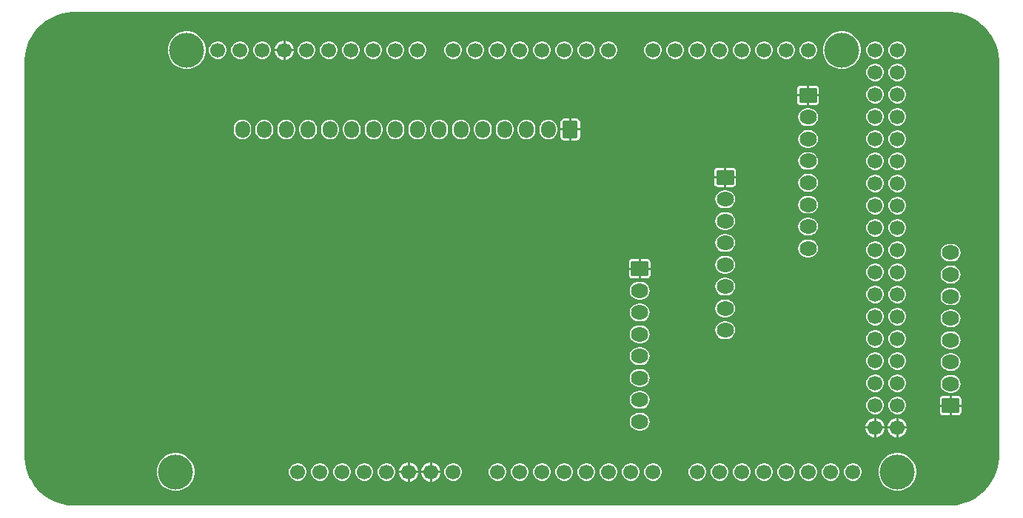
<source format=gbr>
%TF.GenerationSoftware,Altium Limited,Altium Designer,21.3.2 (30)*%
G04 Layer_Physical_Order=2*
G04 Layer_Color=16711680*
%FSLAX45Y45*%
%MOMM*%
%TF.SameCoordinates,699C74A5-B4CE-432A-A201-728FBB0A9CBA*%
%TF.FilePolarity,Positive*%
%TF.FileFunction,Copper,L2,Bot,Signal*%
%TF.Part,Single*%
G01*
G75*
%TA.AperFunction,ComponentPad*%
%ADD11C,1.70000*%
%ADD12C,4.00000*%
G04:AMPARAMS|DCode=13|XSize=1.7mm|YSize=1.95mm|CornerRadius=0.85mm|HoleSize=0mm|Usage=FLASHONLY|Rotation=90.000|XOffset=0mm|YOffset=0mm|HoleType=Round|Shape=RoundedRectangle|*
%AMROUNDEDRECTD13*
21,1,1.70000,0.25000,0,0,90.0*
21,1,0.00000,1.95000,0,0,90.0*
1,1,1.70000,0.12500,0.00000*
1,1,1.70000,0.12500,0.00000*
1,1,1.70000,-0.12500,0.00000*
1,1,1.70000,-0.12500,0.00000*
%
%ADD13ROUNDEDRECTD13*%
G04:AMPARAMS|DCode=14|XSize=1.7mm|YSize=1.95mm|CornerRadius=0.1275mm|HoleSize=0mm|Usage=FLASHONLY|Rotation=90.000|XOffset=0mm|YOffset=0mm|HoleType=Round|Shape=RoundedRectangle|*
%AMROUNDEDRECTD14*
21,1,1.70000,1.69500,0,0,90.0*
21,1,1.44500,1.95000,0,0,90.0*
1,1,0.25500,0.84750,0.72250*
1,1,0.25500,0.84750,-0.72250*
1,1,0.25500,-0.84750,-0.72250*
1,1,0.25500,-0.84750,0.72250*
%
%ADD14ROUNDEDRECTD14*%
G04:AMPARAMS|DCode=15|XSize=1.7mm|YSize=1.95mm|CornerRadius=0.1275mm|HoleSize=0mm|Usage=FLASHONLY|Rotation=180.000|XOffset=0mm|YOffset=0mm|HoleType=Round|Shape=RoundedRectangle|*
%AMROUNDEDRECTD15*
21,1,1.70000,1.69500,0,0,180.0*
21,1,1.44500,1.95000,0,0,180.0*
1,1,0.25500,-0.72250,0.84750*
1,1,0.25500,0.72250,0.84750*
1,1,0.25500,0.72250,-0.84750*
1,1,0.25500,-0.72250,-0.84750*
%
%ADD15ROUNDEDRECTD15*%
G04:AMPARAMS|DCode=16|XSize=1.7mm|YSize=1.95mm|CornerRadius=0.85mm|HoleSize=0mm|Usage=FLASHONLY|Rotation=180.000|XOffset=0mm|YOffset=0mm|HoleType=Round|Shape=RoundedRectangle|*
%AMROUNDEDRECTD16*
21,1,1.70000,0.25000,0,0,180.0*
21,1,0.00000,1.95000,0,0,180.0*
1,1,1.70000,0.00000,0.12500*
1,1,1.70000,0.00000,0.12500*
1,1,1.70000,0.00000,-0.12500*
1,1,1.70000,0.00000,-0.12500*
%
%ADD16ROUNDEDRECTD16*%
G36*
X10684340Y5668575D02*
X10739663Y5657570D01*
X10793643Y5641196D01*
X10845757Y5619610D01*
X10895504Y5593019D01*
X10942406Y5561680D01*
X10986008Y5525897D01*
X11025897Y5486008D01*
X11061681Y5442404D01*
X11093019Y5395505D01*
X11119609Y5345757D01*
X11141196Y5293643D01*
X11157570Y5239663D01*
X11168575Y5184340D01*
X11174104Y5128204D01*
Y5100000D01*
Y600000D01*
Y571796D01*
X11168575Y515660D01*
X11157570Y460337D01*
X11141196Y406357D01*
X11119609Y354243D01*
X11093019Y304495D01*
X11061680Y257594D01*
X11025897Y213991D01*
X10986008Y174103D01*
X10942404Y138318D01*
X10895504Y106981D01*
X10845757Y80390D01*
X10793643Y58804D01*
X10739663Y42429D01*
X10684340Y31425D01*
X10628204Y25896D01*
X571796D01*
X515660Y31425D01*
X460337Y42429D01*
X406357Y58804D01*
X354243Y80390D01*
X304495Y106981D01*
X257594Y138320D01*
X213991Y174103D01*
X174103Y213991D01*
X138318Y257595D01*
X106981Y304495D01*
X80390Y354243D01*
X58804Y406357D01*
X42429Y460336D01*
X31425Y515660D01*
X25896Y571796D01*
Y600000D01*
Y5100000D01*
Y5128204D01*
X31425Y5184340D01*
X42429Y5239663D01*
X58804Y5293643D01*
X80390Y5345757D01*
X106981Y5395505D01*
X138320Y5442406D01*
X174103Y5486008D01*
X213991Y5525897D01*
X257595Y5561681D01*
X304495Y5593019D01*
X354243Y5619610D01*
X406357Y5641196D01*
X460336Y5657570D01*
X515660Y5668575D01*
X571796Y5674104D01*
X10628204D01*
X10684340Y5668575D01*
D02*
G37*
%LPC*%
G36*
X3013834Y5347900D02*
X3012000D01*
Y5250200D01*
X3109700D01*
Y5252034D01*
X3102176Y5280113D01*
X3087642Y5305287D01*
X3067087Y5325842D01*
X3041913Y5340376D01*
X3013834Y5347900D01*
D02*
G37*
G36*
X2986600D02*
X2984766D01*
X2956687Y5340376D01*
X2931513Y5325842D01*
X2910958Y5305287D01*
X2896424Y5280113D01*
X2888900Y5252034D01*
Y5250200D01*
X2986600D01*
Y5347900D01*
D02*
G37*
G36*
X10022897Y5337740D02*
X9996503D01*
X9971009Y5330908D01*
X9948152Y5317711D01*
X9929488Y5299048D01*
X9916292Y5276191D01*
X9909460Y5250697D01*
Y5224303D01*
X9916292Y5198809D01*
X9929488Y5175951D01*
X9948152Y5157288D01*
X9971009Y5144091D01*
X9996503Y5137260D01*
X10022897D01*
X10048391Y5144091D01*
X10071249Y5157288D01*
X10089912Y5175951D01*
X10103109Y5198809D01*
X10109940Y5224303D01*
Y5250697D01*
X10103109Y5276191D01*
X10089912Y5299048D01*
X10071249Y5317711D01*
X10048391Y5330908D01*
X10022897Y5337740D01*
D02*
G37*
G36*
X9768897D02*
X9742503D01*
X9717009Y5330908D01*
X9694152Y5317711D01*
X9675488Y5299048D01*
X9662292Y5276191D01*
X9655460Y5250697D01*
Y5224303D01*
X9662292Y5198809D01*
X9675488Y5175951D01*
X9694152Y5157288D01*
X9717009Y5144091D01*
X9742503Y5137260D01*
X9768897D01*
X9794391Y5144091D01*
X9817249Y5157288D01*
X9835912Y5175951D01*
X9849109Y5198809D01*
X9855940Y5224303D01*
Y5250697D01*
X9849109Y5276191D01*
X9835912Y5299048D01*
X9817249Y5317711D01*
X9794391Y5330908D01*
X9768897Y5337740D01*
D02*
G37*
G36*
X9006897D02*
X8980503D01*
X8955009Y5330908D01*
X8932152Y5317711D01*
X8913488Y5299048D01*
X8900292Y5276191D01*
X8893460Y5250697D01*
Y5224303D01*
X8900292Y5198809D01*
X8913488Y5175951D01*
X8932152Y5157288D01*
X8955009Y5144091D01*
X8980503Y5137260D01*
X9006897D01*
X9032391Y5144091D01*
X9055249Y5157288D01*
X9073912Y5175951D01*
X9087109Y5198809D01*
X9093940Y5224303D01*
Y5250697D01*
X9087109Y5276191D01*
X9073912Y5299048D01*
X9055249Y5317711D01*
X9032391Y5330908D01*
X9006897Y5337740D01*
D02*
G37*
G36*
X8752897D02*
X8726503D01*
X8701009Y5330908D01*
X8678152Y5317711D01*
X8659488Y5299048D01*
X8646292Y5276191D01*
X8639460Y5250697D01*
Y5224303D01*
X8646292Y5198809D01*
X8659488Y5175951D01*
X8678152Y5157288D01*
X8701009Y5144091D01*
X8726503Y5137260D01*
X8752897D01*
X8778391Y5144091D01*
X8801249Y5157288D01*
X8819912Y5175951D01*
X8833109Y5198809D01*
X8839940Y5224303D01*
Y5250697D01*
X8833109Y5276191D01*
X8819912Y5299048D01*
X8801249Y5317711D01*
X8778391Y5330908D01*
X8752897Y5337740D01*
D02*
G37*
G36*
X8498897D02*
X8472503D01*
X8447009Y5330908D01*
X8424152Y5317711D01*
X8405488Y5299048D01*
X8392292Y5276191D01*
X8385460Y5250697D01*
Y5224303D01*
X8392292Y5198809D01*
X8405488Y5175951D01*
X8424152Y5157288D01*
X8447009Y5144091D01*
X8472503Y5137260D01*
X8498897D01*
X8524391Y5144091D01*
X8547249Y5157288D01*
X8565912Y5175951D01*
X8579109Y5198809D01*
X8585940Y5224303D01*
Y5250697D01*
X8579109Y5276191D01*
X8565912Y5299048D01*
X8547249Y5317711D01*
X8524391Y5330908D01*
X8498897Y5337740D01*
D02*
G37*
G36*
X8244897D02*
X8218503D01*
X8193009Y5330908D01*
X8170152Y5317711D01*
X8151488Y5299048D01*
X8138292Y5276191D01*
X8131460Y5250697D01*
Y5224303D01*
X8138292Y5198809D01*
X8151488Y5175951D01*
X8170152Y5157288D01*
X8193009Y5144091D01*
X8218503Y5137260D01*
X8244897D01*
X8270391Y5144091D01*
X8293249Y5157288D01*
X8311912Y5175951D01*
X8325109Y5198809D01*
X8331940Y5224303D01*
Y5250697D01*
X8325109Y5276191D01*
X8311912Y5299048D01*
X8293249Y5317711D01*
X8270391Y5330908D01*
X8244897Y5337740D01*
D02*
G37*
G36*
X7990897D02*
X7964503D01*
X7939009Y5330908D01*
X7916152Y5317711D01*
X7897488Y5299048D01*
X7884292Y5276191D01*
X7877460Y5250697D01*
Y5224303D01*
X7884292Y5198809D01*
X7897488Y5175951D01*
X7916152Y5157288D01*
X7939009Y5144091D01*
X7964503Y5137260D01*
X7990897D01*
X8016391Y5144091D01*
X8039249Y5157288D01*
X8057912Y5175951D01*
X8071109Y5198809D01*
X8077940Y5224303D01*
Y5250697D01*
X8071109Y5276191D01*
X8057912Y5299048D01*
X8039249Y5317711D01*
X8016391Y5330908D01*
X7990897Y5337740D01*
D02*
G37*
G36*
X7736897D02*
X7710503D01*
X7685009Y5330908D01*
X7662152Y5317711D01*
X7643488Y5299048D01*
X7630292Y5276191D01*
X7623460Y5250697D01*
Y5224303D01*
X7630292Y5198809D01*
X7643488Y5175951D01*
X7662152Y5157288D01*
X7685009Y5144091D01*
X7710503Y5137260D01*
X7736897D01*
X7762391Y5144091D01*
X7785249Y5157288D01*
X7803912Y5175951D01*
X7817109Y5198809D01*
X7823940Y5224303D01*
Y5250697D01*
X7817109Y5276191D01*
X7803912Y5299048D01*
X7785249Y5317711D01*
X7762391Y5330908D01*
X7736897Y5337740D01*
D02*
G37*
G36*
X7482897D02*
X7456503D01*
X7431009Y5330908D01*
X7408152Y5317711D01*
X7389488Y5299048D01*
X7376292Y5276191D01*
X7369460Y5250697D01*
Y5224303D01*
X7376292Y5198809D01*
X7389488Y5175951D01*
X7408152Y5157288D01*
X7431009Y5144091D01*
X7456503Y5137260D01*
X7482897D01*
X7508391Y5144091D01*
X7531249Y5157288D01*
X7549912Y5175951D01*
X7563109Y5198809D01*
X7569940Y5224303D01*
Y5250697D01*
X7563109Y5276191D01*
X7549912Y5299048D01*
X7531249Y5317711D01*
X7508391Y5330908D01*
X7482897Y5337740D01*
D02*
G37*
G36*
X7228897D02*
X7202503D01*
X7177009Y5330908D01*
X7154152Y5317711D01*
X7135488Y5299048D01*
X7122292Y5276191D01*
X7115460Y5250697D01*
Y5224303D01*
X7122292Y5198809D01*
X7135488Y5175951D01*
X7154152Y5157288D01*
X7177009Y5144091D01*
X7202503Y5137260D01*
X7228897D01*
X7254391Y5144091D01*
X7277249Y5157288D01*
X7295912Y5175951D01*
X7309109Y5198809D01*
X7315940Y5224303D01*
Y5250697D01*
X7309109Y5276191D01*
X7295912Y5299048D01*
X7277249Y5317711D01*
X7254391Y5330908D01*
X7228897Y5337740D01*
D02*
G37*
G36*
X6720897D02*
X6694503D01*
X6669009Y5330908D01*
X6646152Y5317711D01*
X6627488Y5299048D01*
X6614292Y5276191D01*
X6607460Y5250697D01*
Y5224303D01*
X6614292Y5198809D01*
X6627488Y5175951D01*
X6646152Y5157288D01*
X6669009Y5144091D01*
X6694503Y5137260D01*
X6720897D01*
X6746391Y5144091D01*
X6769249Y5157288D01*
X6787912Y5175951D01*
X6801109Y5198809D01*
X6807940Y5224303D01*
Y5250697D01*
X6801109Y5276191D01*
X6787912Y5299048D01*
X6769249Y5317711D01*
X6746391Y5330908D01*
X6720897Y5337740D01*
D02*
G37*
G36*
X6466897D02*
X6440503D01*
X6415009Y5330908D01*
X6392152Y5317711D01*
X6373488Y5299048D01*
X6360292Y5276191D01*
X6353460Y5250697D01*
Y5224303D01*
X6360292Y5198809D01*
X6373488Y5175951D01*
X6392152Y5157288D01*
X6415009Y5144091D01*
X6440503Y5137260D01*
X6466897D01*
X6492391Y5144091D01*
X6515249Y5157288D01*
X6533912Y5175951D01*
X6547109Y5198809D01*
X6553940Y5224303D01*
Y5250697D01*
X6547109Y5276191D01*
X6533912Y5299048D01*
X6515249Y5317711D01*
X6492391Y5330908D01*
X6466897Y5337740D01*
D02*
G37*
G36*
X6212897D02*
X6186503D01*
X6161009Y5330908D01*
X6138152Y5317711D01*
X6119488Y5299048D01*
X6106292Y5276191D01*
X6099460Y5250697D01*
Y5224303D01*
X6106292Y5198809D01*
X6119488Y5175951D01*
X6138152Y5157288D01*
X6161009Y5144091D01*
X6186503Y5137260D01*
X6212897D01*
X6238391Y5144091D01*
X6261249Y5157288D01*
X6279912Y5175951D01*
X6293109Y5198809D01*
X6299940Y5224303D01*
Y5250697D01*
X6293109Y5276191D01*
X6279912Y5299048D01*
X6261249Y5317711D01*
X6238391Y5330908D01*
X6212897Y5337740D01*
D02*
G37*
G36*
X5958897D02*
X5932503D01*
X5907009Y5330908D01*
X5884152Y5317711D01*
X5865488Y5299048D01*
X5852292Y5276191D01*
X5845460Y5250697D01*
Y5224303D01*
X5852292Y5198809D01*
X5865488Y5175951D01*
X5884152Y5157288D01*
X5907009Y5144091D01*
X5932503Y5137260D01*
X5958897D01*
X5984391Y5144091D01*
X6007249Y5157288D01*
X6025912Y5175951D01*
X6039109Y5198809D01*
X6045940Y5224303D01*
Y5250697D01*
X6039109Y5276191D01*
X6025912Y5299048D01*
X6007249Y5317711D01*
X5984391Y5330908D01*
X5958897Y5337740D01*
D02*
G37*
G36*
X5704897D02*
X5678503D01*
X5653009Y5330908D01*
X5630152Y5317711D01*
X5611488Y5299048D01*
X5598292Y5276191D01*
X5591460Y5250697D01*
Y5224303D01*
X5598292Y5198809D01*
X5611488Y5175951D01*
X5630152Y5157288D01*
X5653009Y5144091D01*
X5678503Y5137260D01*
X5704897D01*
X5730391Y5144091D01*
X5753249Y5157288D01*
X5771912Y5175951D01*
X5785109Y5198809D01*
X5791940Y5224303D01*
Y5250697D01*
X5785109Y5276191D01*
X5771912Y5299048D01*
X5753249Y5317711D01*
X5730391Y5330908D01*
X5704897Y5337740D01*
D02*
G37*
G36*
X5450897D02*
X5424503D01*
X5399009Y5330908D01*
X5376152Y5317711D01*
X5357488Y5299048D01*
X5344292Y5276191D01*
X5337460Y5250697D01*
Y5224303D01*
X5344292Y5198809D01*
X5357488Y5175951D01*
X5376152Y5157288D01*
X5399009Y5144091D01*
X5424503Y5137260D01*
X5450897D01*
X5476391Y5144091D01*
X5499249Y5157288D01*
X5517912Y5175951D01*
X5531109Y5198809D01*
X5537940Y5224303D01*
Y5250697D01*
X5531109Y5276191D01*
X5517912Y5299048D01*
X5499249Y5317711D01*
X5476391Y5330908D01*
X5450897Y5337740D01*
D02*
G37*
G36*
X5196897D02*
X5170503D01*
X5145009Y5330908D01*
X5122152Y5317711D01*
X5103488Y5299048D01*
X5090292Y5276191D01*
X5083460Y5250697D01*
Y5224303D01*
X5090292Y5198809D01*
X5103488Y5175951D01*
X5122152Y5157288D01*
X5145009Y5144091D01*
X5170503Y5137260D01*
X5196897D01*
X5222391Y5144091D01*
X5245249Y5157288D01*
X5263912Y5175951D01*
X5277109Y5198809D01*
X5283940Y5224303D01*
Y5250697D01*
X5277109Y5276191D01*
X5263912Y5299048D01*
X5245249Y5317711D01*
X5222391Y5330908D01*
X5196897Y5337740D01*
D02*
G37*
G36*
X4942897D02*
X4916503D01*
X4891009Y5330908D01*
X4868152Y5317711D01*
X4849488Y5299048D01*
X4836292Y5276191D01*
X4829460Y5250697D01*
Y5224303D01*
X4836292Y5198809D01*
X4849488Y5175951D01*
X4868152Y5157288D01*
X4891009Y5144091D01*
X4916503Y5137260D01*
X4942897D01*
X4968391Y5144091D01*
X4991249Y5157288D01*
X5009912Y5175951D01*
X5023109Y5198809D01*
X5029940Y5224303D01*
Y5250697D01*
X5023109Y5276191D01*
X5009912Y5299048D01*
X4991249Y5317711D01*
X4968391Y5330908D01*
X4942897Y5337740D01*
D02*
G37*
G36*
X4536497D02*
X4510103D01*
X4484609Y5330908D01*
X4461752Y5317711D01*
X4443088Y5299048D01*
X4429892Y5276191D01*
X4423060Y5250697D01*
Y5224303D01*
X4429892Y5198809D01*
X4443088Y5175951D01*
X4461752Y5157288D01*
X4484609Y5144091D01*
X4510103Y5137260D01*
X4536497D01*
X4561991Y5144091D01*
X4584849Y5157288D01*
X4603512Y5175951D01*
X4616709Y5198809D01*
X4623540Y5224303D01*
Y5250697D01*
X4616709Y5276191D01*
X4603512Y5299048D01*
X4584849Y5317711D01*
X4561991Y5330908D01*
X4536497Y5337740D01*
D02*
G37*
G36*
X4282497D02*
X4256103D01*
X4230609Y5330908D01*
X4207752Y5317711D01*
X4189088Y5299048D01*
X4175892Y5276191D01*
X4169060Y5250697D01*
Y5224303D01*
X4175892Y5198809D01*
X4189088Y5175951D01*
X4207752Y5157288D01*
X4230609Y5144091D01*
X4256103Y5137260D01*
X4282497D01*
X4307991Y5144091D01*
X4330849Y5157288D01*
X4349512Y5175951D01*
X4362709Y5198809D01*
X4369540Y5224303D01*
Y5250697D01*
X4362709Y5276191D01*
X4349512Y5299048D01*
X4330849Y5317711D01*
X4307991Y5330908D01*
X4282497Y5337740D01*
D02*
G37*
G36*
X4028497D02*
X4002103D01*
X3976609Y5330908D01*
X3953752Y5317711D01*
X3935088Y5299048D01*
X3921892Y5276191D01*
X3915060Y5250697D01*
Y5224303D01*
X3921892Y5198809D01*
X3935088Y5175951D01*
X3953752Y5157288D01*
X3976609Y5144091D01*
X4002103Y5137260D01*
X4028497D01*
X4053991Y5144091D01*
X4076849Y5157288D01*
X4095512Y5175951D01*
X4108709Y5198809D01*
X4115540Y5224303D01*
Y5250697D01*
X4108709Y5276191D01*
X4095512Y5299048D01*
X4076849Y5317711D01*
X4053991Y5330908D01*
X4028497Y5337740D01*
D02*
G37*
G36*
X3774497D02*
X3748103D01*
X3722609Y5330908D01*
X3699752Y5317711D01*
X3681088Y5299048D01*
X3667892Y5276191D01*
X3661060Y5250697D01*
Y5224303D01*
X3667892Y5198809D01*
X3681088Y5175951D01*
X3699752Y5157288D01*
X3722609Y5144091D01*
X3748103Y5137260D01*
X3774497D01*
X3799991Y5144091D01*
X3822849Y5157288D01*
X3841512Y5175951D01*
X3854709Y5198809D01*
X3861540Y5224303D01*
Y5250697D01*
X3854709Y5276191D01*
X3841512Y5299048D01*
X3822849Y5317711D01*
X3799991Y5330908D01*
X3774497Y5337740D01*
D02*
G37*
G36*
X3520497D02*
X3494103D01*
X3468609Y5330908D01*
X3445752Y5317711D01*
X3427088Y5299048D01*
X3413892Y5276191D01*
X3407060Y5250697D01*
Y5224303D01*
X3413892Y5198809D01*
X3427088Y5175951D01*
X3445752Y5157288D01*
X3468609Y5144091D01*
X3494103Y5137260D01*
X3520497D01*
X3545991Y5144091D01*
X3568849Y5157288D01*
X3587512Y5175951D01*
X3600709Y5198809D01*
X3607540Y5224303D01*
Y5250697D01*
X3600709Y5276191D01*
X3587512Y5299048D01*
X3568849Y5317711D01*
X3545991Y5330908D01*
X3520497Y5337740D01*
D02*
G37*
G36*
X3266497D02*
X3240103D01*
X3214609Y5330908D01*
X3191752Y5317711D01*
X3173088Y5299048D01*
X3159892Y5276191D01*
X3153060Y5250697D01*
Y5224303D01*
X3159892Y5198809D01*
X3173088Y5175951D01*
X3191752Y5157288D01*
X3214609Y5144091D01*
X3240103Y5137260D01*
X3266497D01*
X3291991Y5144091D01*
X3314849Y5157288D01*
X3333512Y5175951D01*
X3346709Y5198809D01*
X3353540Y5224303D01*
Y5250697D01*
X3346709Y5276191D01*
X3333512Y5299048D01*
X3314849Y5317711D01*
X3291991Y5330908D01*
X3266497Y5337740D01*
D02*
G37*
G36*
X2758497D02*
X2732103D01*
X2706609Y5330908D01*
X2683752Y5317711D01*
X2665088Y5299048D01*
X2651892Y5276191D01*
X2645060Y5250697D01*
Y5224303D01*
X2651892Y5198809D01*
X2665088Y5175951D01*
X2683752Y5157288D01*
X2706609Y5144091D01*
X2732103Y5137260D01*
X2758497D01*
X2783991Y5144091D01*
X2806849Y5157288D01*
X2825512Y5175951D01*
X2838709Y5198809D01*
X2845540Y5224303D01*
Y5250697D01*
X2838709Y5276191D01*
X2825512Y5299048D01*
X2806849Y5317711D01*
X2783991Y5330908D01*
X2758497Y5337740D01*
D02*
G37*
G36*
X2504497D02*
X2478103D01*
X2452609Y5330908D01*
X2429752Y5317711D01*
X2411088Y5299048D01*
X2397892Y5276191D01*
X2391060Y5250697D01*
Y5224303D01*
X2397892Y5198809D01*
X2411088Y5175951D01*
X2429752Y5157288D01*
X2452609Y5144091D01*
X2478103Y5137260D01*
X2504497D01*
X2529991Y5144091D01*
X2552849Y5157288D01*
X2571512Y5175951D01*
X2584709Y5198809D01*
X2591540Y5224303D01*
Y5250697D01*
X2584709Y5276191D01*
X2571512Y5299048D01*
X2552849Y5317711D01*
X2529991Y5330908D01*
X2504497Y5337740D01*
D02*
G37*
G36*
X2250497D02*
X2224103D01*
X2198609Y5330908D01*
X2175752Y5317711D01*
X2157088Y5299048D01*
X2143892Y5276191D01*
X2137060Y5250697D01*
Y5224303D01*
X2143892Y5198809D01*
X2157088Y5175951D01*
X2175752Y5157288D01*
X2198609Y5144091D01*
X2224103Y5137260D01*
X2250497D01*
X2275991Y5144091D01*
X2298849Y5157288D01*
X2317512Y5175951D01*
X2330709Y5198809D01*
X2337540Y5224303D01*
Y5250697D01*
X2330709Y5276191D01*
X2317512Y5299048D01*
X2298849Y5317711D01*
X2275991Y5330908D01*
X2250497Y5337740D01*
D02*
G37*
G36*
X3109700Y5224800D02*
X3012000D01*
Y5127100D01*
X3013834D01*
X3041913Y5134623D01*
X3067087Y5149158D01*
X3087642Y5169713D01*
X3102176Y5194887D01*
X3109700Y5222965D01*
Y5224800D01*
D02*
G37*
G36*
X2986600D02*
X2888900D01*
Y5222965D01*
X2896424Y5194887D01*
X2910958Y5169713D01*
X2931513Y5149158D01*
X2956687Y5134623D01*
X2984766Y5127100D01*
X2986600D01*
Y5224800D01*
D02*
G37*
G36*
X9395899Y5452740D02*
X9353501D01*
X9311917Y5444468D01*
X9272746Y5428243D01*
X9237493Y5404687D01*
X9207512Y5374707D01*
X9183957Y5339454D01*
X9167732Y5300283D01*
X9159460Y5258699D01*
Y5216300D01*
X9167732Y5174717D01*
X9183957Y5135545D01*
X9207512Y5100292D01*
X9237493Y5070312D01*
X9272746Y5046757D01*
X9311917Y5030531D01*
X9353501Y5022260D01*
X9395899D01*
X9437483Y5030531D01*
X9476654Y5046757D01*
X9511908Y5070312D01*
X9541888Y5100292D01*
X9565443Y5135545D01*
X9581668Y5174717D01*
X9589940Y5216300D01*
Y5258699D01*
X9581668Y5300283D01*
X9565443Y5339454D01*
X9541888Y5374707D01*
X9511908Y5404687D01*
X9476654Y5428243D01*
X9437483Y5444468D01*
X9395899Y5452740D01*
D02*
G37*
G36*
X1902899D02*
X1860501D01*
X1818917Y5444468D01*
X1779746Y5428243D01*
X1744493Y5404687D01*
X1714512Y5374707D01*
X1690957Y5339454D01*
X1674732Y5300283D01*
X1666460Y5258699D01*
Y5216300D01*
X1674732Y5174717D01*
X1690957Y5135545D01*
X1714512Y5100292D01*
X1744493Y5070312D01*
X1779746Y5046757D01*
X1818917Y5030531D01*
X1860501Y5022260D01*
X1902899D01*
X1944483Y5030531D01*
X1983654Y5046757D01*
X2018908Y5070312D01*
X2048888Y5100292D01*
X2072443Y5135545D01*
X2088668Y5174717D01*
X2096940Y5216300D01*
Y5258699D01*
X2088668Y5300283D01*
X2072443Y5339454D01*
X2048888Y5374707D01*
X2018908Y5404687D01*
X1983654Y5428243D01*
X1944483Y5444468D01*
X1902899Y5452740D01*
D02*
G37*
G36*
X10022897Y5083740D02*
X9996503D01*
X9971009Y5076908D01*
X9948152Y5063711D01*
X9929488Y5045048D01*
X9916292Y5022191D01*
X9909460Y4996697D01*
Y4970303D01*
X9916292Y4944809D01*
X9929488Y4921951D01*
X9948152Y4903288D01*
X9971009Y4890091D01*
X9996503Y4883260D01*
X10022897D01*
X10048391Y4890091D01*
X10071249Y4903288D01*
X10089912Y4921951D01*
X10103109Y4944809D01*
X10109940Y4970303D01*
Y4996697D01*
X10103109Y5022191D01*
X10089912Y5045048D01*
X10071249Y5063711D01*
X10048391Y5076908D01*
X10022897Y5083740D01*
D02*
G37*
G36*
X9768897D02*
X9742503D01*
X9717009Y5076908D01*
X9694152Y5063711D01*
X9675488Y5045048D01*
X9662292Y5022191D01*
X9655460Y4996697D01*
Y4970303D01*
X9662292Y4944809D01*
X9675488Y4921951D01*
X9694152Y4903288D01*
X9717009Y4890091D01*
X9742503Y4883260D01*
X9768897D01*
X9794391Y4890091D01*
X9817249Y4903288D01*
X9835912Y4921951D01*
X9849109Y4944809D01*
X9855940Y4970303D01*
Y4996697D01*
X9849109Y5022191D01*
X9835912Y5045048D01*
X9817249Y5063711D01*
X9794391Y5076908D01*
X9768897Y5083740D01*
D02*
G37*
G36*
X9074750Y4831147D02*
X9002700D01*
Y4732699D01*
X9113648D01*
Y4792250D01*
X9110687Y4807135D01*
X9102255Y4819754D01*
X9089635Y4828186D01*
X9074750Y4831147D01*
D02*
G37*
G36*
X8977300D02*
X8905250D01*
X8890365Y4828186D01*
X8877746Y4819754D01*
X8869313Y4807135D01*
X8866353Y4792250D01*
Y4732699D01*
X8977300D01*
Y4831147D01*
D02*
G37*
G36*
X10022897Y4829740D02*
X9996503D01*
X9971009Y4822908D01*
X9948152Y4809711D01*
X9929488Y4791048D01*
X9916292Y4768191D01*
X9909460Y4742697D01*
Y4716303D01*
X9916292Y4690809D01*
X9929488Y4667951D01*
X9948152Y4649288D01*
X9971009Y4636091D01*
X9996503Y4629260D01*
X10022897D01*
X10048391Y4636091D01*
X10071249Y4649288D01*
X10089912Y4667951D01*
X10103109Y4690809D01*
X10109940Y4716303D01*
Y4742697D01*
X10103109Y4768191D01*
X10089912Y4791048D01*
X10071249Y4809711D01*
X10048391Y4822908D01*
X10022897Y4829740D01*
D02*
G37*
G36*
X9768897D02*
X9742503D01*
X9717009Y4822908D01*
X9694152Y4809711D01*
X9675488Y4791048D01*
X9662292Y4768191D01*
X9655460Y4742697D01*
Y4716303D01*
X9662292Y4690809D01*
X9675488Y4667951D01*
X9694152Y4649288D01*
X9717009Y4636091D01*
X9742503Y4629260D01*
X9768897D01*
X9794391Y4636091D01*
X9817249Y4649288D01*
X9835912Y4667951D01*
X9849109Y4690809D01*
X9855940Y4716303D01*
Y4742697D01*
X9849109Y4768191D01*
X9835912Y4791048D01*
X9817249Y4809711D01*
X9794391Y4822908D01*
X9768897Y4829740D01*
D02*
G37*
G36*
X9113648Y4707299D02*
X9002700D01*
Y4608853D01*
X9074750D01*
X9089635Y4611813D01*
X9102255Y4620246D01*
X9110687Y4632865D01*
X9113648Y4647750D01*
Y4707299D01*
D02*
G37*
G36*
X8977300D02*
X8866353D01*
Y4647750D01*
X8869313Y4632865D01*
X8877746Y4620246D01*
X8890365Y4611813D01*
X8905250Y4608853D01*
X8977300D01*
Y4707299D01*
D02*
G37*
G36*
X10022897Y4575740D02*
X9996503D01*
X9971009Y4568908D01*
X9948152Y4555711D01*
X9929488Y4537048D01*
X9916292Y4514191D01*
X9909460Y4488697D01*
Y4462303D01*
X9916292Y4436809D01*
X9929488Y4413951D01*
X9948152Y4395288D01*
X9971009Y4382091D01*
X9996503Y4375260D01*
X10022897D01*
X10048391Y4382091D01*
X10071249Y4395288D01*
X10089912Y4413951D01*
X10103109Y4436809D01*
X10109940Y4462303D01*
Y4488697D01*
X10103109Y4514191D01*
X10089912Y4537048D01*
X10071249Y4555711D01*
X10048391Y4568908D01*
X10022897Y4575740D01*
D02*
G37*
G36*
X9768897D02*
X9742503D01*
X9717009Y4568908D01*
X9694152Y4555711D01*
X9675488Y4537048D01*
X9662292Y4514191D01*
X9655460Y4488697D01*
Y4462303D01*
X9662292Y4436809D01*
X9675488Y4413951D01*
X9694152Y4395288D01*
X9717009Y4382091D01*
X9742503Y4375260D01*
X9768897D01*
X9794391Y4382091D01*
X9817249Y4395288D01*
X9835912Y4413951D01*
X9849109Y4436809D01*
X9855940Y4462303D01*
Y4488697D01*
X9849109Y4514191D01*
X9835912Y4537048D01*
X9817249Y4555711D01*
X9794391Y4568908D01*
X9768897Y4575740D01*
D02*
G37*
G36*
X9002500Y4571105D02*
X8977500D01*
X8951332Y4567660D01*
X8926948Y4557559D01*
X8906008Y4541492D01*
X8889941Y4520552D01*
X8879840Y4496168D01*
X8876395Y4470000D01*
X8879840Y4443832D01*
X8889941Y4419448D01*
X8906008Y4398508D01*
X8926948Y4382441D01*
X8951332Y4372340D01*
X8977500Y4368895D01*
X9002500D01*
X9028668Y4372340D01*
X9053053Y4382441D01*
X9073992Y4398508D01*
X9090059Y4419448D01*
X9100160Y4443832D01*
X9103605Y4470000D01*
X9100160Y4496168D01*
X9090059Y4520552D01*
X9073992Y4541492D01*
X9053053Y4557559D01*
X9028668Y4567660D01*
X9002500Y4571105D01*
D02*
G37*
G36*
X6342250Y4453647D02*
X6282700D01*
Y4342700D01*
X6381148D01*
Y4414750D01*
X6378187Y4429635D01*
X6369755Y4442255D01*
X6357136Y4450687D01*
X6342250Y4453647D01*
D02*
G37*
G36*
X6257300D02*
X6197751D01*
X6182865Y4450687D01*
X6170246Y4442255D01*
X6161814Y4429635D01*
X6158853Y4414750D01*
Y4342700D01*
X6257300D01*
Y4453647D01*
D02*
G37*
G36*
X6020000Y4443605D02*
X5993833Y4440160D01*
X5969448Y4430059D01*
X5948509Y4413992D01*
X5932441Y4393052D01*
X5922341Y4368668D01*
X5918896Y4342500D01*
Y4317500D01*
X5922341Y4291332D01*
X5932441Y4266948D01*
X5948509Y4246008D01*
X5969448Y4229941D01*
X5993833Y4219840D01*
X6020000Y4216395D01*
X6046168Y4219840D01*
X6070553Y4229941D01*
X6091492Y4246008D01*
X6107560Y4266948D01*
X6117660Y4291332D01*
X6121105Y4317500D01*
Y4342500D01*
X6117660Y4368668D01*
X6107560Y4393052D01*
X6091492Y4413992D01*
X6070553Y4430059D01*
X6046168Y4440160D01*
X6020000Y4443605D01*
D02*
G37*
G36*
X5770000D02*
X5743833Y4440160D01*
X5719448Y4430059D01*
X5698509Y4413992D01*
X5682441Y4393052D01*
X5672341Y4368668D01*
X5668896Y4342500D01*
Y4317500D01*
X5672341Y4291332D01*
X5682441Y4266948D01*
X5698509Y4246008D01*
X5719448Y4229941D01*
X5743833Y4219840D01*
X5770000Y4216395D01*
X5796168Y4219840D01*
X5820553Y4229941D01*
X5841492Y4246008D01*
X5857560Y4266948D01*
X5867660Y4291332D01*
X5871105Y4317500D01*
Y4342500D01*
X5867660Y4368668D01*
X5857560Y4393052D01*
X5841492Y4413992D01*
X5820553Y4430059D01*
X5796168Y4440160D01*
X5770000Y4443605D01*
D02*
G37*
G36*
X5520000D02*
X5493833Y4440160D01*
X5469448Y4430059D01*
X5448509Y4413992D01*
X5432441Y4393052D01*
X5422341Y4368668D01*
X5418896Y4342500D01*
Y4317500D01*
X5422341Y4291332D01*
X5432441Y4266948D01*
X5448509Y4246008D01*
X5469448Y4229941D01*
X5493833Y4219840D01*
X5520000Y4216395D01*
X5546168Y4219840D01*
X5570553Y4229941D01*
X5591492Y4246008D01*
X5607560Y4266948D01*
X5617660Y4291332D01*
X5621105Y4317500D01*
Y4342500D01*
X5617660Y4368668D01*
X5607560Y4393052D01*
X5591492Y4413992D01*
X5570553Y4430059D01*
X5546168Y4440160D01*
X5520000Y4443605D01*
D02*
G37*
G36*
X5270000D02*
X5243833Y4440160D01*
X5219448Y4430059D01*
X5198509Y4413992D01*
X5182441Y4393052D01*
X5172341Y4368668D01*
X5168896Y4342500D01*
Y4317500D01*
X5172341Y4291332D01*
X5182441Y4266948D01*
X5198509Y4246008D01*
X5219448Y4229941D01*
X5243833Y4219840D01*
X5270000Y4216395D01*
X5296168Y4219840D01*
X5320553Y4229941D01*
X5341492Y4246008D01*
X5357560Y4266948D01*
X5367660Y4291332D01*
X5371105Y4317500D01*
Y4342500D01*
X5367660Y4368668D01*
X5357560Y4393052D01*
X5341492Y4413992D01*
X5320553Y4430059D01*
X5296168Y4440160D01*
X5270000Y4443605D01*
D02*
G37*
G36*
X5020000D02*
X4993833Y4440160D01*
X4969448Y4430059D01*
X4948509Y4413992D01*
X4932441Y4393052D01*
X4922341Y4368668D01*
X4918896Y4342500D01*
Y4317500D01*
X4922341Y4291332D01*
X4932441Y4266948D01*
X4948509Y4246008D01*
X4969448Y4229941D01*
X4993833Y4219840D01*
X5020000Y4216395D01*
X5046168Y4219840D01*
X5070553Y4229941D01*
X5091492Y4246008D01*
X5107560Y4266948D01*
X5117660Y4291332D01*
X5121105Y4317500D01*
Y4342500D01*
X5117660Y4368668D01*
X5107560Y4393052D01*
X5091492Y4413992D01*
X5070553Y4430059D01*
X5046168Y4440160D01*
X5020000Y4443605D01*
D02*
G37*
G36*
X4770000D02*
X4743833Y4440160D01*
X4719448Y4430059D01*
X4698509Y4413992D01*
X4682441Y4393052D01*
X4672341Y4368668D01*
X4668896Y4342500D01*
Y4317500D01*
X4672341Y4291332D01*
X4682441Y4266948D01*
X4698509Y4246008D01*
X4719448Y4229941D01*
X4743833Y4219840D01*
X4770000Y4216395D01*
X4796168Y4219840D01*
X4820553Y4229941D01*
X4841492Y4246008D01*
X4857559Y4266948D01*
X4867660Y4291332D01*
X4871105Y4317500D01*
Y4342500D01*
X4867660Y4368668D01*
X4857559Y4393052D01*
X4841492Y4413992D01*
X4820553Y4430059D01*
X4796168Y4440160D01*
X4770000Y4443605D01*
D02*
G37*
G36*
X4520000D02*
X4493833Y4440160D01*
X4469448Y4430059D01*
X4448509Y4413992D01*
X4432441Y4393052D01*
X4422341Y4368668D01*
X4418896Y4342500D01*
Y4317500D01*
X4422341Y4291332D01*
X4432441Y4266948D01*
X4448509Y4246008D01*
X4469448Y4229941D01*
X4493833Y4219840D01*
X4520000Y4216395D01*
X4546168Y4219840D01*
X4570553Y4229941D01*
X4591492Y4246008D01*
X4607559Y4266948D01*
X4617660Y4291332D01*
X4621105Y4317500D01*
Y4342500D01*
X4617660Y4368668D01*
X4607559Y4393052D01*
X4591492Y4413992D01*
X4570553Y4430059D01*
X4546168Y4440160D01*
X4520000Y4443605D01*
D02*
G37*
G36*
X4270000D02*
X4243833Y4440160D01*
X4219448Y4430059D01*
X4198508Y4413992D01*
X4182441Y4393052D01*
X4172341Y4368668D01*
X4168896Y4342500D01*
Y4317500D01*
X4172341Y4291332D01*
X4182441Y4266948D01*
X4198508Y4246008D01*
X4219448Y4229941D01*
X4243833Y4219840D01*
X4270000Y4216395D01*
X4296168Y4219840D01*
X4320553Y4229941D01*
X4341492Y4246008D01*
X4357559Y4266948D01*
X4367660Y4291332D01*
X4371105Y4317500D01*
Y4342500D01*
X4367660Y4368668D01*
X4357559Y4393052D01*
X4341492Y4413992D01*
X4320553Y4430059D01*
X4296168Y4440160D01*
X4270000Y4443605D01*
D02*
G37*
G36*
X4020000D02*
X3993832Y4440160D01*
X3969448Y4430059D01*
X3948508Y4413992D01*
X3932441Y4393052D01*
X3922341Y4368668D01*
X3918896Y4342500D01*
Y4317500D01*
X3922341Y4291332D01*
X3932441Y4266948D01*
X3948508Y4246008D01*
X3969448Y4229941D01*
X3993832Y4219840D01*
X4020000Y4216395D01*
X4046168Y4219840D01*
X4070553Y4229941D01*
X4091492Y4246008D01*
X4107559Y4266948D01*
X4117660Y4291332D01*
X4121105Y4317500D01*
Y4342500D01*
X4117660Y4368668D01*
X4107559Y4393052D01*
X4091492Y4413992D01*
X4070553Y4430059D01*
X4046168Y4440160D01*
X4020000Y4443605D01*
D02*
G37*
G36*
X3770000D02*
X3743832Y4440160D01*
X3719448Y4430059D01*
X3698508Y4413992D01*
X3682441Y4393052D01*
X3672341Y4368668D01*
X3668896Y4342500D01*
Y4317500D01*
X3672341Y4291332D01*
X3682441Y4266948D01*
X3698508Y4246008D01*
X3719448Y4229941D01*
X3743832Y4219840D01*
X3770000Y4216395D01*
X3796168Y4219840D01*
X3820553Y4229941D01*
X3841492Y4246008D01*
X3857559Y4266948D01*
X3867660Y4291332D01*
X3871105Y4317500D01*
Y4342500D01*
X3867660Y4368668D01*
X3857559Y4393052D01*
X3841492Y4413992D01*
X3820553Y4430059D01*
X3796168Y4440160D01*
X3770000Y4443605D01*
D02*
G37*
G36*
X3520000D02*
X3493832Y4440160D01*
X3469448Y4430059D01*
X3448508Y4413992D01*
X3432441Y4393052D01*
X3422341Y4368668D01*
X3418896Y4342500D01*
Y4317500D01*
X3422341Y4291332D01*
X3432441Y4266948D01*
X3448508Y4246008D01*
X3469448Y4229941D01*
X3493832Y4219840D01*
X3520000Y4216395D01*
X3546168Y4219840D01*
X3570553Y4229941D01*
X3591492Y4246008D01*
X3607559Y4266948D01*
X3617660Y4291332D01*
X3621105Y4317500D01*
Y4342500D01*
X3617660Y4368668D01*
X3607559Y4393052D01*
X3591492Y4413992D01*
X3570553Y4430059D01*
X3546168Y4440160D01*
X3520000Y4443605D01*
D02*
G37*
G36*
X3270000D02*
X3243832Y4440160D01*
X3219448Y4430059D01*
X3198508Y4413992D01*
X3182441Y4393052D01*
X3172341Y4368668D01*
X3168896Y4342500D01*
Y4317500D01*
X3172341Y4291332D01*
X3182441Y4266948D01*
X3198508Y4246008D01*
X3219448Y4229941D01*
X3243832Y4219840D01*
X3270000Y4216395D01*
X3296168Y4219840D01*
X3320553Y4229941D01*
X3341492Y4246008D01*
X3357559Y4266948D01*
X3367660Y4291332D01*
X3371105Y4317500D01*
Y4342500D01*
X3367660Y4368668D01*
X3357559Y4393052D01*
X3341492Y4413992D01*
X3320553Y4430059D01*
X3296168Y4440160D01*
X3270000Y4443605D01*
D02*
G37*
G36*
X3020000D02*
X2993832Y4440160D01*
X2969448Y4430059D01*
X2948508Y4413992D01*
X2932441Y4393052D01*
X2922341Y4368668D01*
X2918896Y4342500D01*
Y4317500D01*
X2922341Y4291332D01*
X2932441Y4266948D01*
X2948508Y4246008D01*
X2969448Y4229941D01*
X2993832Y4219840D01*
X3020000Y4216395D01*
X3046168Y4219840D01*
X3070553Y4229941D01*
X3091492Y4246008D01*
X3107559Y4266948D01*
X3117660Y4291332D01*
X3121105Y4317500D01*
Y4342500D01*
X3117660Y4368668D01*
X3107559Y4393052D01*
X3091492Y4413992D01*
X3070553Y4430059D01*
X3046168Y4440160D01*
X3020000Y4443605D01*
D02*
G37*
G36*
X2770000D02*
X2743832Y4440160D01*
X2719448Y4430059D01*
X2698508Y4413992D01*
X2682441Y4393052D01*
X2672341Y4368668D01*
X2668896Y4342500D01*
Y4317500D01*
X2672341Y4291332D01*
X2682441Y4266948D01*
X2698508Y4246008D01*
X2719448Y4229941D01*
X2743832Y4219840D01*
X2770000Y4216395D01*
X2796168Y4219840D01*
X2820553Y4229941D01*
X2841492Y4246008D01*
X2857559Y4266948D01*
X2867660Y4291332D01*
X2871105Y4317500D01*
Y4342500D01*
X2867660Y4368668D01*
X2857559Y4393052D01*
X2841492Y4413992D01*
X2820553Y4430059D01*
X2796168Y4440160D01*
X2770000Y4443605D01*
D02*
G37*
G36*
X2520000D02*
X2493832Y4440160D01*
X2469448Y4430059D01*
X2448508Y4413992D01*
X2432441Y4393052D01*
X2422341Y4368668D01*
X2418896Y4342500D01*
Y4317500D01*
X2422341Y4291332D01*
X2432441Y4266948D01*
X2448508Y4246008D01*
X2469448Y4229941D01*
X2493832Y4219840D01*
X2520000Y4216395D01*
X2546168Y4219840D01*
X2570553Y4229941D01*
X2591492Y4246008D01*
X2607559Y4266948D01*
X2617660Y4291332D01*
X2621105Y4317500D01*
Y4342500D01*
X2617660Y4368668D01*
X2607559Y4393052D01*
X2591492Y4413992D01*
X2570553Y4430059D01*
X2546168Y4440160D01*
X2520000Y4443605D01*
D02*
G37*
G36*
X6381148Y4317300D02*
X6282700D01*
Y4206353D01*
X6342250D01*
X6357136Y4209313D01*
X6369755Y4217745D01*
X6378187Y4230365D01*
X6381148Y4245250D01*
Y4317300D01*
D02*
G37*
G36*
X6257300D02*
X6158853D01*
Y4245250D01*
X6161814Y4230365D01*
X6170246Y4217745D01*
X6182865Y4209313D01*
X6197751Y4206353D01*
X6257300D01*
Y4317300D01*
D02*
G37*
G36*
X10022897Y4321740D02*
X9996503D01*
X9971009Y4314908D01*
X9948152Y4301711D01*
X9929488Y4283048D01*
X9916292Y4260191D01*
X9909460Y4234697D01*
Y4208303D01*
X9916292Y4182809D01*
X9929488Y4159951D01*
X9948152Y4141288D01*
X9971009Y4128091D01*
X9996503Y4121260D01*
X10022897D01*
X10048391Y4128091D01*
X10071249Y4141288D01*
X10089912Y4159951D01*
X10103109Y4182809D01*
X10109940Y4208303D01*
Y4234697D01*
X10103109Y4260191D01*
X10089912Y4283048D01*
X10071249Y4301711D01*
X10048391Y4314908D01*
X10022897Y4321740D01*
D02*
G37*
G36*
X9768897D02*
X9742503D01*
X9717009Y4314908D01*
X9694152Y4301711D01*
X9675488Y4283048D01*
X9662292Y4260191D01*
X9655460Y4234697D01*
Y4208303D01*
X9662292Y4182809D01*
X9675488Y4159951D01*
X9694152Y4141288D01*
X9717009Y4128091D01*
X9742503Y4121260D01*
X9768897D01*
X9794391Y4128091D01*
X9817249Y4141288D01*
X9835912Y4159951D01*
X9849109Y4182809D01*
X9855940Y4208303D01*
Y4234697D01*
X9849109Y4260191D01*
X9835912Y4283048D01*
X9817249Y4301711D01*
X9794391Y4314908D01*
X9768897Y4321740D01*
D02*
G37*
G36*
X9002500Y4321105D02*
X8977500D01*
X8951332Y4317660D01*
X8926948Y4307559D01*
X8906008Y4291492D01*
X8889941Y4270552D01*
X8879840Y4246168D01*
X8876395Y4220000D01*
X8879840Y4193832D01*
X8889941Y4169448D01*
X8906008Y4148508D01*
X8926948Y4132441D01*
X8951332Y4122340D01*
X8977500Y4118895D01*
X9002500D01*
X9028668Y4122340D01*
X9053053Y4132441D01*
X9073992Y4148508D01*
X9090059Y4169448D01*
X9100160Y4193832D01*
X9103605Y4220000D01*
X9100160Y4246168D01*
X9090059Y4270552D01*
X9073992Y4291492D01*
X9053053Y4307559D01*
X9028668Y4317660D01*
X9002500Y4321105D01*
D02*
G37*
G36*
Y4071105D02*
X8977500D01*
X8951332Y4067660D01*
X8926948Y4057559D01*
X8906008Y4041492D01*
X8889941Y4020552D01*
X8879840Y3996168D01*
X8876395Y3970000D01*
X8879840Y3943832D01*
X8889941Y3919448D01*
X8906008Y3898508D01*
X8926948Y3882441D01*
X8951332Y3872340D01*
X8977500Y3868895D01*
X9002500D01*
X9028668Y3872340D01*
X9053053Y3882441D01*
X9073992Y3898508D01*
X9090059Y3919448D01*
X9100160Y3943832D01*
X9103605Y3970000D01*
X9100160Y3996168D01*
X9090059Y4020552D01*
X9073992Y4041492D01*
X9053053Y4057559D01*
X9028668Y4067660D01*
X9002500Y4071105D01*
D02*
G37*
G36*
X10022897Y4067740D02*
X9996503D01*
X9971009Y4060908D01*
X9948152Y4047711D01*
X9929488Y4029048D01*
X9916292Y4006191D01*
X9909460Y3980697D01*
Y3954303D01*
X9916292Y3928809D01*
X9929488Y3905951D01*
X9948152Y3887288D01*
X9971009Y3874091D01*
X9996503Y3867260D01*
X10022897D01*
X10048391Y3874091D01*
X10071249Y3887288D01*
X10089912Y3905951D01*
X10103109Y3928809D01*
X10109940Y3954303D01*
Y3980697D01*
X10103109Y4006191D01*
X10089912Y4029048D01*
X10071249Y4047711D01*
X10048391Y4060908D01*
X10022897Y4067740D01*
D02*
G37*
G36*
X9768897D02*
X9742503D01*
X9717009Y4060908D01*
X9694152Y4047711D01*
X9675488Y4029048D01*
X9662292Y4006191D01*
X9655460Y3980697D01*
Y3954303D01*
X9662292Y3928809D01*
X9675488Y3905951D01*
X9694152Y3887288D01*
X9717009Y3874091D01*
X9742503Y3867260D01*
X9768897D01*
X9794391Y3874091D01*
X9817249Y3887288D01*
X9835912Y3905951D01*
X9849109Y3928809D01*
X9855940Y3954303D01*
Y3980697D01*
X9849109Y4006191D01*
X9835912Y4029048D01*
X9817249Y4047711D01*
X9794391Y4060908D01*
X9768897Y4067740D01*
D02*
G37*
G36*
X8125950Y3892847D02*
X8053900D01*
Y3794400D01*
X8164848D01*
Y3853949D01*
X8161887Y3868835D01*
X8153455Y3881454D01*
X8140835Y3889886D01*
X8125950Y3892847D01*
D02*
G37*
G36*
X8028500D02*
X7956450D01*
X7941565Y3889886D01*
X7928946Y3881454D01*
X7920513Y3868835D01*
X7917553Y3853949D01*
Y3794400D01*
X8028500D01*
Y3892847D01*
D02*
G37*
G36*
X8164848Y3769000D02*
X8053900D01*
Y3670552D01*
X8125950D01*
X8140835Y3673513D01*
X8153455Y3681945D01*
X8161887Y3694564D01*
X8164848Y3709450D01*
Y3769000D01*
D02*
G37*
G36*
X8028500D02*
X7917553D01*
Y3709450D01*
X7920513Y3694564D01*
X7928946Y3681945D01*
X7941565Y3673513D01*
X7956450Y3670552D01*
X8028500D01*
Y3769000D01*
D02*
G37*
G36*
X9002500Y3821105D02*
X8977500D01*
X8951332Y3817660D01*
X8926948Y3807559D01*
X8906008Y3791492D01*
X8889941Y3770552D01*
X8879840Y3746168D01*
X8876395Y3720000D01*
X8879840Y3693832D01*
X8889941Y3669448D01*
X8906008Y3648508D01*
X8926948Y3632441D01*
X8951332Y3622340D01*
X8977500Y3618895D01*
X9002500D01*
X9028668Y3622340D01*
X9053053Y3632441D01*
X9073992Y3648508D01*
X9090059Y3669448D01*
X9100160Y3693832D01*
X9103605Y3720000D01*
X9100160Y3746168D01*
X9090059Y3770552D01*
X9073992Y3791492D01*
X9053053Y3807559D01*
X9028668Y3817660D01*
X9002500Y3821105D01*
D02*
G37*
G36*
X10022897Y3813740D02*
X9996503D01*
X9971009Y3806908D01*
X9948152Y3793711D01*
X9929488Y3775048D01*
X9916292Y3752191D01*
X9909460Y3726697D01*
Y3700303D01*
X9916292Y3674809D01*
X9929488Y3651951D01*
X9948152Y3633288D01*
X9971009Y3620091D01*
X9996503Y3613260D01*
X10022897D01*
X10048391Y3620091D01*
X10071249Y3633288D01*
X10089912Y3651951D01*
X10103109Y3674809D01*
X10109940Y3700303D01*
Y3726697D01*
X10103109Y3752191D01*
X10089912Y3775048D01*
X10071249Y3793711D01*
X10048391Y3806908D01*
X10022897Y3813740D01*
D02*
G37*
G36*
X9768897D02*
X9742503D01*
X9717009Y3806908D01*
X9694152Y3793711D01*
X9675488Y3775048D01*
X9662292Y3752191D01*
X9655460Y3726697D01*
Y3700303D01*
X9662292Y3674809D01*
X9675488Y3651951D01*
X9694152Y3633288D01*
X9717009Y3620091D01*
X9742503Y3613260D01*
X9768897D01*
X9794391Y3620091D01*
X9817249Y3633288D01*
X9835912Y3651951D01*
X9849109Y3674809D01*
X9855940Y3700303D01*
Y3726697D01*
X9849109Y3752191D01*
X9835912Y3775048D01*
X9817249Y3793711D01*
X9794391Y3806908D01*
X9768897Y3813740D01*
D02*
G37*
G36*
X8053700Y3632804D02*
X8028700D01*
X8002532Y3629359D01*
X7978148Y3619259D01*
X7957208Y3603191D01*
X7941141Y3582252D01*
X7931040Y3557867D01*
X7927595Y3531700D01*
X7931040Y3505532D01*
X7941141Y3481147D01*
X7957208Y3460208D01*
X7978148Y3444140D01*
X8002532Y3434040D01*
X8028700Y3430595D01*
X8053700D01*
X8079868Y3434040D01*
X8104253Y3444140D01*
X8125192Y3460208D01*
X8141259Y3481147D01*
X8151360Y3505532D01*
X8154805Y3531700D01*
X8151360Y3557867D01*
X8141259Y3582252D01*
X8125192Y3603191D01*
X8104253Y3619259D01*
X8079868Y3629359D01*
X8053700Y3632804D01*
D02*
G37*
G36*
X9002500Y3571105D02*
X8977500D01*
X8951332Y3567660D01*
X8926948Y3557559D01*
X8906008Y3541492D01*
X8889941Y3520552D01*
X8879840Y3496168D01*
X8876395Y3470000D01*
X8879840Y3443832D01*
X8889941Y3419448D01*
X8906008Y3398508D01*
X8926948Y3382441D01*
X8951332Y3372340D01*
X8977500Y3368895D01*
X9002500D01*
X9028668Y3372340D01*
X9053053Y3382441D01*
X9073992Y3398508D01*
X9090059Y3419448D01*
X9100160Y3443832D01*
X9103605Y3470000D01*
X9100160Y3496168D01*
X9090059Y3520552D01*
X9073992Y3541492D01*
X9053053Y3557559D01*
X9028668Y3567660D01*
X9002500Y3571105D01*
D02*
G37*
G36*
X10022897Y3559740D02*
X9996503D01*
X9971009Y3552908D01*
X9948152Y3539711D01*
X9929488Y3521048D01*
X9916292Y3498191D01*
X9909460Y3472697D01*
Y3446303D01*
X9916292Y3420809D01*
X9929488Y3397951D01*
X9948152Y3379288D01*
X9971009Y3366091D01*
X9996503Y3359260D01*
X10022897D01*
X10048391Y3366091D01*
X10071249Y3379288D01*
X10089912Y3397951D01*
X10103109Y3420809D01*
X10109940Y3446303D01*
Y3472697D01*
X10103109Y3498191D01*
X10089912Y3521048D01*
X10071249Y3539711D01*
X10048391Y3552908D01*
X10022897Y3559740D01*
D02*
G37*
G36*
X9768897D02*
X9742503D01*
X9717009Y3552908D01*
X9694152Y3539711D01*
X9675488Y3521048D01*
X9662292Y3498191D01*
X9655460Y3472697D01*
Y3446303D01*
X9662292Y3420809D01*
X9675488Y3397951D01*
X9694152Y3379288D01*
X9717009Y3366091D01*
X9742503Y3359260D01*
X9768897D01*
X9794391Y3366091D01*
X9817249Y3379288D01*
X9835912Y3397951D01*
X9849109Y3420809D01*
X9855940Y3446303D01*
Y3472697D01*
X9849109Y3498191D01*
X9835912Y3521048D01*
X9817249Y3539711D01*
X9794391Y3552908D01*
X9768897Y3559740D01*
D02*
G37*
G36*
X8053700Y3382804D02*
X8028700D01*
X8002532Y3379359D01*
X7978148Y3369259D01*
X7957208Y3353191D01*
X7941141Y3332252D01*
X7931040Y3307867D01*
X7927595Y3281700D01*
X7931040Y3255532D01*
X7941141Y3231147D01*
X7957208Y3210208D01*
X7978148Y3194140D01*
X8002532Y3184040D01*
X8028700Y3180595D01*
X8053700D01*
X8079868Y3184040D01*
X8104253Y3194140D01*
X8125192Y3210208D01*
X8141259Y3231147D01*
X8151360Y3255532D01*
X8154805Y3281700D01*
X8151360Y3307867D01*
X8141259Y3332252D01*
X8125192Y3353191D01*
X8104253Y3369259D01*
X8079868Y3379359D01*
X8053700Y3382804D01*
D02*
G37*
G36*
X9002500Y3321105D02*
X8977500D01*
X8951332Y3317660D01*
X8926948Y3307559D01*
X8906008Y3291492D01*
X8889941Y3270552D01*
X8879840Y3246168D01*
X8876395Y3220000D01*
X8879840Y3193832D01*
X8889941Y3169448D01*
X8906008Y3148508D01*
X8926948Y3132441D01*
X8951332Y3122340D01*
X8977500Y3118895D01*
X9002500D01*
X9028668Y3122340D01*
X9053053Y3132441D01*
X9073992Y3148508D01*
X9090059Y3169448D01*
X9100160Y3193832D01*
X9103605Y3220000D01*
X9100160Y3246168D01*
X9090059Y3270552D01*
X9073992Y3291492D01*
X9053053Y3307559D01*
X9028668Y3317660D01*
X9002500Y3321105D01*
D02*
G37*
G36*
X10022897Y3305740D02*
X9996503D01*
X9971009Y3298908D01*
X9948152Y3285711D01*
X9929488Y3267048D01*
X9916292Y3244191D01*
X9909460Y3218697D01*
Y3192303D01*
X9916292Y3166809D01*
X9929488Y3143951D01*
X9948152Y3125288D01*
X9971009Y3112091D01*
X9996503Y3105260D01*
X10022897D01*
X10048391Y3112091D01*
X10071249Y3125288D01*
X10089912Y3143951D01*
X10103109Y3166809D01*
X10109940Y3192303D01*
Y3218697D01*
X10103109Y3244191D01*
X10089912Y3267048D01*
X10071249Y3285711D01*
X10048391Y3298908D01*
X10022897Y3305740D01*
D02*
G37*
G36*
X9768897D02*
X9742503D01*
X9717009Y3298908D01*
X9694152Y3285711D01*
X9675488Y3267048D01*
X9662292Y3244191D01*
X9655460Y3218697D01*
Y3192303D01*
X9662292Y3166809D01*
X9675488Y3143951D01*
X9694152Y3125288D01*
X9717009Y3112091D01*
X9742503Y3105260D01*
X9768897D01*
X9794391Y3112091D01*
X9817249Y3125288D01*
X9835912Y3143951D01*
X9849109Y3166809D01*
X9855940Y3192303D01*
Y3218697D01*
X9849109Y3244191D01*
X9835912Y3267048D01*
X9817249Y3285711D01*
X9794391Y3298908D01*
X9768897Y3305740D01*
D02*
G37*
G36*
X8053700Y3132804D02*
X8028700D01*
X8002532Y3129359D01*
X7978148Y3119259D01*
X7957208Y3103191D01*
X7941141Y3082252D01*
X7931040Y3057867D01*
X7927595Y3031700D01*
X7931040Y3005532D01*
X7941141Y2981147D01*
X7957208Y2960208D01*
X7978148Y2944140D01*
X8002532Y2934040D01*
X8028700Y2930595D01*
X8053700D01*
X8079868Y2934040D01*
X8104253Y2944140D01*
X8125192Y2960208D01*
X8141259Y2981147D01*
X8151360Y3005532D01*
X8154805Y3031700D01*
X8151360Y3057867D01*
X8141259Y3082252D01*
X8125192Y3103191D01*
X8104253Y3119259D01*
X8079868Y3129359D01*
X8053700Y3132804D01*
D02*
G37*
G36*
X9002500Y3071105D02*
X8977500D01*
X8951332Y3067660D01*
X8926948Y3057559D01*
X8906008Y3041492D01*
X8889941Y3020552D01*
X8879840Y2996168D01*
X8876395Y2970000D01*
X8879840Y2943832D01*
X8889941Y2919448D01*
X8906008Y2898508D01*
X8926948Y2882441D01*
X8951332Y2872340D01*
X8977500Y2868895D01*
X9002500D01*
X9028668Y2872340D01*
X9053053Y2882441D01*
X9073992Y2898508D01*
X9090059Y2919448D01*
X9100160Y2943832D01*
X9103605Y2970000D01*
X9100160Y2996168D01*
X9090059Y3020552D01*
X9073992Y3041492D01*
X9053053Y3057559D01*
X9028668Y3067660D01*
X9002500Y3071105D01*
D02*
G37*
G36*
X10022897Y3051740D02*
X9996503D01*
X9971009Y3044908D01*
X9948152Y3031711D01*
X9929488Y3013048D01*
X9916292Y2990191D01*
X9909460Y2964697D01*
Y2938303D01*
X9916292Y2912809D01*
X9929488Y2889951D01*
X9948152Y2871288D01*
X9971009Y2858091D01*
X9996503Y2851260D01*
X10022897D01*
X10048391Y2858091D01*
X10071249Y2871288D01*
X10089912Y2889951D01*
X10103109Y2912809D01*
X10109940Y2938303D01*
Y2964697D01*
X10103109Y2990191D01*
X10089912Y3013048D01*
X10071249Y3031711D01*
X10048391Y3044908D01*
X10022897Y3051740D01*
D02*
G37*
G36*
X9768897D02*
X9742503D01*
X9717009Y3044908D01*
X9694152Y3031711D01*
X9675488Y3013048D01*
X9662292Y2990191D01*
X9655460Y2964697D01*
Y2938303D01*
X9662292Y2912809D01*
X9675488Y2889951D01*
X9694152Y2871288D01*
X9717009Y2858091D01*
X9742503Y2851260D01*
X9768897D01*
X9794391Y2858091D01*
X9817249Y2871288D01*
X9835912Y2889951D01*
X9849109Y2912809D01*
X9855940Y2938303D01*
Y2964697D01*
X9849109Y2990191D01*
X9835912Y3013048D01*
X9817249Y3031711D01*
X9794391Y3044908D01*
X9768897Y3051740D01*
D02*
G37*
G36*
X10632500Y3021105D02*
X10607500D01*
X10581332Y3017660D01*
X10556948Y3007559D01*
X10536008Y2991492D01*
X10519941Y2970552D01*
X10509840Y2946168D01*
X10506395Y2920000D01*
X10509840Y2893832D01*
X10519941Y2869448D01*
X10536008Y2848508D01*
X10556948Y2832441D01*
X10581332Y2822340D01*
X10607500Y2818895D01*
X10632500D01*
X10658668Y2822340D01*
X10683053Y2832441D01*
X10703992Y2848508D01*
X10720059Y2869448D01*
X10730160Y2893832D01*
X10733605Y2920000D01*
X10730160Y2946168D01*
X10720059Y2970552D01*
X10703992Y2991492D01*
X10683053Y3007559D01*
X10658668Y3017660D01*
X10632500Y3021105D01*
D02*
G37*
G36*
X7148050Y2847447D02*
X7076000D01*
Y2749000D01*
X7186948D01*
Y2808550D01*
X7183987Y2823435D01*
X7175555Y2836054D01*
X7162935Y2844486D01*
X7148050Y2847447D01*
D02*
G37*
G36*
X7050600D02*
X6978550D01*
X6963665Y2844486D01*
X6951046Y2836054D01*
X6942613Y2823435D01*
X6939653Y2808550D01*
Y2749000D01*
X7050600D01*
Y2847447D01*
D02*
G37*
G36*
X8053700Y2882804D02*
X8028700D01*
X8002532Y2879359D01*
X7978148Y2869259D01*
X7957208Y2853191D01*
X7941141Y2832252D01*
X7931040Y2807867D01*
X7927595Y2781700D01*
X7931040Y2755532D01*
X7941141Y2731147D01*
X7957208Y2710208D01*
X7978148Y2694140D01*
X8002532Y2684040D01*
X8028700Y2680595D01*
X8053700D01*
X8079868Y2684040D01*
X8104253Y2694140D01*
X8125192Y2710208D01*
X8141259Y2731147D01*
X8151360Y2755532D01*
X8154805Y2781700D01*
X8151360Y2807867D01*
X8141259Y2832252D01*
X8125192Y2853191D01*
X8104253Y2869259D01*
X8079868Y2879359D01*
X8053700Y2882804D01*
D02*
G37*
G36*
X7186948Y2723600D02*
X7076000D01*
Y2625152D01*
X7148050D01*
X7162935Y2628113D01*
X7175555Y2636545D01*
X7183987Y2649165D01*
X7186948Y2664050D01*
Y2723600D01*
D02*
G37*
G36*
X7050600D02*
X6939653D01*
Y2664050D01*
X6942613Y2649165D01*
X6951046Y2636545D01*
X6963665Y2628113D01*
X6978550Y2625152D01*
X7050600D01*
Y2723600D01*
D02*
G37*
G36*
X10022897Y2797740D02*
X9996503D01*
X9971009Y2790908D01*
X9948152Y2777711D01*
X9929488Y2759048D01*
X9916292Y2736191D01*
X9909460Y2710697D01*
Y2684303D01*
X9916292Y2658809D01*
X9929488Y2635951D01*
X9948152Y2617288D01*
X9971009Y2604091D01*
X9996503Y2597260D01*
X10022897D01*
X10048391Y2604091D01*
X10071249Y2617288D01*
X10089912Y2635951D01*
X10103109Y2658809D01*
X10109940Y2684303D01*
Y2710697D01*
X10103109Y2736191D01*
X10089912Y2759048D01*
X10071249Y2777711D01*
X10048391Y2790908D01*
X10022897Y2797740D01*
D02*
G37*
G36*
X9768897D02*
X9742503D01*
X9717009Y2790908D01*
X9694152Y2777711D01*
X9675488Y2759048D01*
X9662292Y2736191D01*
X9655460Y2710697D01*
Y2684303D01*
X9662292Y2658809D01*
X9675488Y2635951D01*
X9694152Y2617288D01*
X9717009Y2604091D01*
X9742503Y2597260D01*
X9768897D01*
X9794391Y2604091D01*
X9817249Y2617288D01*
X9835912Y2635951D01*
X9849109Y2658809D01*
X9855940Y2684303D01*
Y2710697D01*
X9849109Y2736191D01*
X9835912Y2759048D01*
X9817249Y2777711D01*
X9794391Y2790908D01*
X9768897Y2797740D01*
D02*
G37*
G36*
X10632500Y2771105D02*
X10607500D01*
X10581332Y2767660D01*
X10556948Y2757559D01*
X10536008Y2741492D01*
X10519941Y2720552D01*
X10509840Y2696168D01*
X10506395Y2670000D01*
X10509840Y2643832D01*
X10519941Y2619448D01*
X10536008Y2598508D01*
X10556948Y2582441D01*
X10581332Y2572340D01*
X10607500Y2568895D01*
X10632500D01*
X10658668Y2572340D01*
X10683053Y2582441D01*
X10703992Y2598508D01*
X10720059Y2619448D01*
X10730160Y2643832D01*
X10733605Y2670000D01*
X10730160Y2696168D01*
X10720059Y2720552D01*
X10703992Y2741492D01*
X10683053Y2757559D01*
X10658668Y2767660D01*
X10632500Y2771105D01*
D02*
G37*
G36*
X8053700Y2632804D02*
X8028700D01*
X8002532Y2629359D01*
X7978148Y2619259D01*
X7957208Y2603191D01*
X7941141Y2582252D01*
X7931040Y2557867D01*
X7927595Y2531700D01*
X7931040Y2505532D01*
X7941141Y2481147D01*
X7957208Y2460208D01*
X7978148Y2444140D01*
X8002532Y2434040D01*
X8028700Y2430595D01*
X8053700D01*
X8079868Y2434040D01*
X8104253Y2444140D01*
X8125192Y2460208D01*
X8141259Y2481147D01*
X8151360Y2505532D01*
X8154805Y2531700D01*
X8151360Y2557867D01*
X8141259Y2582252D01*
X8125192Y2603191D01*
X8104253Y2619259D01*
X8079868Y2629359D01*
X8053700Y2632804D01*
D02*
G37*
G36*
X7075800Y2587405D02*
X7050800D01*
X7024632Y2583960D01*
X7000248Y2573859D01*
X6979308Y2557792D01*
X6963241Y2536852D01*
X6953140Y2512468D01*
X6949695Y2486300D01*
X6953140Y2460132D01*
X6963241Y2435747D01*
X6979308Y2414808D01*
X7000248Y2398741D01*
X7024632Y2388640D01*
X7050800Y2385195D01*
X7075800D01*
X7101968Y2388640D01*
X7126353Y2398741D01*
X7147292Y2414808D01*
X7163359Y2435747D01*
X7173460Y2460132D01*
X7176905Y2486300D01*
X7173460Y2512468D01*
X7163359Y2536852D01*
X7147292Y2557792D01*
X7126353Y2573859D01*
X7101968Y2583960D01*
X7075800Y2587405D01*
D02*
G37*
G36*
X10022897Y2543740D02*
X9996503D01*
X9971009Y2536908D01*
X9948152Y2523711D01*
X9929488Y2505048D01*
X9916292Y2482191D01*
X9909460Y2456697D01*
Y2430303D01*
X9916292Y2404809D01*
X9929488Y2381951D01*
X9948152Y2363288D01*
X9971009Y2350091D01*
X9996503Y2343260D01*
X10022897D01*
X10048391Y2350091D01*
X10071249Y2363288D01*
X10089912Y2381951D01*
X10103109Y2404809D01*
X10109940Y2430303D01*
Y2456697D01*
X10103109Y2482191D01*
X10089912Y2505048D01*
X10071249Y2523711D01*
X10048391Y2536908D01*
X10022897Y2543740D01*
D02*
G37*
G36*
X9768897D02*
X9742503D01*
X9717009Y2536908D01*
X9694152Y2523711D01*
X9675488Y2505048D01*
X9662292Y2482191D01*
X9655460Y2456697D01*
Y2430303D01*
X9662292Y2404809D01*
X9675488Y2381951D01*
X9694152Y2363288D01*
X9717009Y2350091D01*
X9742503Y2343260D01*
X9768897D01*
X9794391Y2350091D01*
X9817249Y2363288D01*
X9835912Y2381951D01*
X9849109Y2404809D01*
X9855940Y2430303D01*
Y2456697D01*
X9849109Y2482191D01*
X9835912Y2505048D01*
X9817249Y2523711D01*
X9794391Y2536908D01*
X9768897Y2543740D01*
D02*
G37*
G36*
X10632500Y2521105D02*
X10607500D01*
X10581332Y2517660D01*
X10556948Y2507559D01*
X10536008Y2491492D01*
X10519941Y2470552D01*
X10509840Y2446168D01*
X10506395Y2420000D01*
X10509840Y2393832D01*
X10519941Y2369448D01*
X10536008Y2348508D01*
X10556948Y2332441D01*
X10581332Y2322340D01*
X10607500Y2318895D01*
X10632500D01*
X10658668Y2322340D01*
X10683053Y2332441D01*
X10703992Y2348508D01*
X10720059Y2369448D01*
X10730160Y2393832D01*
X10733605Y2420000D01*
X10730160Y2446168D01*
X10720059Y2470552D01*
X10703992Y2491492D01*
X10683053Y2507559D01*
X10658668Y2517660D01*
X10632500Y2521105D01*
D02*
G37*
G36*
X8053700Y2382804D02*
X8028700D01*
X8002532Y2379359D01*
X7978148Y2369259D01*
X7957208Y2353191D01*
X7941141Y2332252D01*
X7931040Y2307867D01*
X7927595Y2281700D01*
X7931040Y2255532D01*
X7941141Y2231147D01*
X7957208Y2210208D01*
X7978148Y2194140D01*
X8002532Y2184040D01*
X8028700Y2180595D01*
X8053700D01*
X8079868Y2184040D01*
X8104253Y2194140D01*
X8125192Y2210208D01*
X8141259Y2231147D01*
X8151360Y2255532D01*
X8154805Y2281700D01*
X8151360Y2307867D01*
X8141259Y2332252D01*
X8125192Y2353191D01*
X8104253Y2369259D01*
X8079868Y2379359D01*
X8053700Y2382804D01*
D02*
G37*
G36*
X7075800Y2337405D02*
X7050800D01*
X7024632Y2333960D01*
X7000248Y2323859D01*
X6979308Y2307792D01*
X6963241Y2286852D01*
X6953140Y2262468D01*
X6949695Y2236300D01*
X6953140Y2210132D01*
X6963241Y2185747D01*
X6979308Y2164808D01*
X7000248Y2148741D01*
X7024632Y2138640D01*
X7050800Y2135195D01*
X7075800D01*
X7101968Y2138640D01*
X7126353Y2148741D01*
X7147292Y2164808D01*
X7163359Y2185747D01*
X7173460Y2210132D01*
X7176905Y2236300D01*
X7173460Y2262468D01*
X7163359Y2286852D01*
X7147292Y2307792D01*
X7126353Y2323859D01*
X7101968Y2333960D01*
X7075800Y2337405D01*
D02*
G37*
G36*
X10022897Y2289740D02*
X9996503D01*
X9971009Y2282908D01*
X9948152Y2269711D01*
X9929488Y2251048D01*
X9916292Y2228191D01*
X9909460Y2202697D01*
Y2176303D01*
X9916292Y2150809D01*
X9929488Y2127951D01*
X9948152Y2109288D01*
X9971009Y2096091D01*
X9996503Y2089260D01*
X10022897D01*
X10048391Y2096091D01*
X10071249Y2109288D01*
X10089912Y2127951D01*
X10103109Y2150809D01*
X10109940Y2176303D01*
Y2202697D01*
X10103109Y2228191D01*
X10089912Y2251048D01*
X10071249Y2269711D01*
X10048391Y2282908D01*
X10022897Y2289740D01*
D02*
G37*
G36*
X9768897D02*
X9742503D01*
X9717009Y2282908D01*
X9694152Y2269711D01*
X9675488Y2251048D01*
X9662292Y2228191D01*
X9655460Y2202697D01*
Y2176303D01*
X9662292Y2150809D01*
X9675488Y2127951D01*
X9694152Y2109288D01*
X9717009Y2096091D01*
X9742503Y2089260D01*
X9768897D01*
X9794391Y2096091D01*
X9817249Y2109288D01*
X9835912Y2127951D01*
X9849109Y2150809D01*
X9855940Y2176303D01*
Y2202697D01*
X9849109Y2228191D01*
X9835912Y2251048D01*
X9817249Y2269711D01*
X9794391Y2282908D01*
X9768897Y2289740D01*
D02*
G37*
G36*
X10632500Y2271105D02*
X10607500D01*
X10581332Y2267660D01*
X10556948Y2257559D01*
X10536008Y2241492D01*
X10519941Y2220552D01*
X10509840Y2196168D01*
X10506395Y2170000D01*
X10509840Y2143832D01*
X10519941Y2119448D01*
X10536008Y2098508D01*
X10556948Y2082441D01*
X10581332Y2072340D01*
X10607500Y2068895D01*
X10632500D01*
X10658668Y2072340D01*
X10683053Y2082441D01*
X10703992Y2098508D01*
X10720059Y2119448D01*
X10730160Y2143832D01*
X10733605Y2170000D01*
X10730160Y2196168D01*
X10720059Y2220552D01*
X10703992Y2241492D01*
X10683053Y2257559D01*
X10658668Y2267660D01*
X10632500Y2271105D01*
D02*
G37*
G36*
X8053700Y2132804D02*
X8028700D01*
X8002532Y2129359D01*
X7978148Y2119259D01*
X7957208Y2103191D01*
X7941141Y2082252D01*
X7931040Y2057867D01*
X7927595Y2031700D01*
X7931040Y2005532D01*
X7941141Y1981147D01*
X7957208Y1960208D01*
X7978148Y1944140D01*
X8002532Y1934040D01*
X8028700Y1930595D01*
X8053700D01*
X8079868Y1934040D01*
X8104253Y1944140D01*
X8125192Y1960208D01*
X8141259Y1981147D01*
X8151360Y2005532D01*
X8154805Y2031700D01*
X8151360Y2057867D01*
X8141259Y2082252D01*
X8125192Y2103191D01*
X8104253Y2119259D01*
X8079868Y2129359D01*
X8053700Y2132804D01*
D02*
G37*
G36*
X7075800Y2087405D02*
X7050800D01*
X7024632Y2083960D01*
X7000248Y2073859D01*
X6979308Y2057792D01*
X6963241Y2036852D01*
X6953140Y2012468D01*
X6949695Y1986300D01*
X6953140Y1960132D01*
X6963241Y1935747D01*
X6979308Y1914808D01*
X7000248Y1898741D01*
X7024632Y1888640D01*
X7050800Y1885195D01*
X7075800D01*
X7101968Y1888640D01*
X7126353Y1898741D01*
X7147292Y1914808D01*
X7163359Y1935747D01*
X7173460Y1960132D01*
X7176905Y1986300D01*
X7173460Y2012468D01*
X7163359Y2036852D01*
X7147292Y2057792D01*
X7126353Y2073859D01*
X7101968Y2083960D01*
X7075800Y2087405D01*
D02*
G37*
G36*
X10022897Y2035740D02*
X9996503D01*
X9971009Y2028908D01*
X9948152Y2015711D01*
X9929488Y1997048D01*
X9916292Y1974191D01*
X9909460Y1948697D01*
Y1922303D01*
X9916292Y1896809D01*
X9929488Y1873951D01*
X9948152Y1855288D01*
X9971009Y1842091D01*
X9996503Y1835260D01*
X10022897D01*
X10048391Y1842091D01*
X10071249Y1855288D01*
X10089912Y1873951D01*
X10103109Y1896809D01*
X10109940Y1922303D01*
Y1948697D01*
X10103109Y1974191D01*
X10089912Y1997048D01*
X10071249Y2015711D01*
X10048391Y2028908D01*
X10022897Y2035740D01*
D02*
G37*
G36*
X9768897D02*
X9742503D01*
X9717009Y2028908D01*
X9694152Y2015711D01*
X9675488Y1997048D01*
X9662292Y1974191D01*
X9655460Y1948697D01*
Y1922303D01*
X9662292Y1896809D01*
X9675488Y1873951D01*
X9694152Y1855288D01*
X9717009Y1842091D01*
X9742503Y1835260D01*
X9768897D01*
X9794391Y1842091D01*
X9817249Y1855288D01*
X9835912Y1873951D01*
X9849109Y1896809D01*
X9855940Y1922303D01*
Y1948697D01*
X9849109Y1974191D01*
X9835912Y1997048D01*
X9817249Y2015711D01*
X9794391Y2028908D01*
X9768897Y2035740D01*
D02*
G37*
G36*
X10632500Y2021105D02*
X10607500D01*
X10581332Y2017660D01*
X10556948Y2007559D01*
X10536008Y1991492D01*
X10519941Y1970552D01*
X10509840Y1946168D01*
X10506395Y1920000D01*
X10509840Y1893832D01*
X10519941Y1869448D01*
X10536008Y1848508D01*
X10556948Y1832441D01*
X10581332Y1822340D01*
X10607500Y1818895D01*
X10632500D01*
X10658668Y1822340D01*
X10683053Y1832441D01*
X10703992Y1848508D01*
X10720059Y1869448D01*
X10730160Y1893832D01*
X10733605Y1920000D01*
X10730160Y1946168D01*
X10720059Y1970552D01*
X10703992Y1991492D01*
X10683053Y2007559D01*
X10658668Y2017660D01*
X10632500Y2021105D01*
D02*
G37*
G36*
X7075800Y1837405D02*
X7050800D01*
X7024632Y1833960D01*
X7000248Y1823859D01*
X6979308Y1807792D01*
X6963241Y1786852D01*
X6953140Y1762468D01*
X6949695Y1736300D01*
X6953140Y1710132D01*
X6963241Y1685747D01*
X6979308Y1664808D01*
X7000248Y1648741D01*
X7024632Y1638640D01*
X7050800Y1635195D01*
X7075800D01*
X7101968Y1638640D01*
X7126353Y1648741D01*
X7147292Y1664808D01*
X7163359Y1685747D01*
X7173460Y1710132D01*
X7176905Y1736300D01*
X7173460Y1762468D01*
X7163359Y1786852D01*
X7147292Y1807792D01*
X7126353Y1823859D01*
X7101968Y1833960D01*
X7075800Y1837405D01*
D02*
G37*
G36*
X10022897Y1781740D02*
X9996503D01*
X9971009Y1774908D01*
X9948152Y1761711D01*
X9929488Y1743048D01*
X9916292Y1720191D01*
X9909460Y1694697D01*
Y1668303D01*
X9916292Y1642809D01*
X9929488Y1619951D01*
X9948152Y1601288D01*
X9971009Y1588091D01*
X9996503Y1581260D01*
X10022897D01*
X10048391Y1588091D01*
X10071249Y1601288D01*
X10089912Y1619951D01*
X10103109Y1642809D01*
X10109940Y1668303D01*
Y1694697D01*
X10103109Y1720191D01*
X10089912Y1743048D01*
X10071249Y1761711D01*
X10048391Y1774908D01*
X10022897Y1781740D01*
D02*
G37*
G36*
X9768897D02*
X9742503D01*
X9717009Y1774908D01*
X9694152Y1761711D01*
X9675488Y1743048D01*
X9662292Y1720191D01*
X9655460Y1694697D01*
Y1668303D01*
X9662292Y1642809D01*
X9675488Y1619951D01*
X9694152Y1601288D01*
X9717009Y1588091D01*
X9742503Y1581260D01*
X9768897D01*
X9794391Y1588091D01*
X9817249Y1601288D01*
X9835912Y1619951D01*
X9849109Y1642809D01*
X9855940Y1668303D01*
Y1694697D01*
X9849109Y1720191D01*
X9835912Y1743048D01*
X9817249Y1761711D01*
X9794391Y1774908D01*
X9768897Y1781740D01*
D02*
G37*
G36*
X10632500Y1771105D02*
X10607500D01*
X10581332Y1767660D01*
X10556948Y1757559D01*
X10536008Y1741492D01*
X10519941Y1720552D01*
X10509840Y1696168D01*
X10506395Y1670000D01*
X10509840Y1643832D01*
X10519941Y1619448D01*
X10536008Y1598508D01*
X10556948Y1582441D01*
X10581332Y1572340D01*
X10607500Y1568895D01*
X10632500D01*
X10658668Y1572340D01*
X10683053Y1582441D01*
X10703992Y1598508D01*
X10720059Y1619448D01*
X10730160Y1643832D01*
X10733605Y1670000D01*
X10730160Y1696168D01*
X10720059Y1720552D01*
X10703992Y1741492D01*
X10683053Y1757559D01*
X10658668Y1767660D01*
X10632500Y1771105D01*
D02*
G37*
G36*
X7075800Y1587404D02*
X7050800D01*
X7024632Y1583959D01*
X7000248Y1573859D01*
X6979308Y1557792D01*
X6963241Y1536852D01*
X6953140Y1512468D01*
X6949695Y1486300D01*
X6953140Y1460132D01*
X6963241Y1435747D01*
X6979308Y1414808D01*
X7000248Y1398741D01*
X7024632Y1388640D01*
X7050800Y1385195D01*
X7075800D01*
X7101968Y1388640D01*
X7126353Y1398741D01*
X7147292Y1414808D01*
X7163359Y1435747D01*
X7173460Y1460132D01*
X7176905Y1486300D01*
X7173460Y1512468D01*
X7163359Y1536852D01*
X7147292Y1557792D01*
X7126353Y1573859D01*
X7101968Y1583959D01*
X7075800Y1587404D01*
D02*
G37*
G36*
X10022897Y1527740D02*
X9996503D01*
X9971009Y1520908D01*
X9948152Y1507711D01*
X9929488Y1489048D01*
X9916292Y1466191D01*
X9909460Y1440697D01*
Y1414303D01*
X9916292Y1388809D01*
X9929488Y1365951D01*
X9948152Y1347288D01*
X9971009Y1334091D01*
X9996503Y1327260D01*
X10022897D01*
X10048391Y1334091D01*
X10071249Y1347288D01*
X10089912Y1365951D01*
X10103109Y1388809D01*
X10109940Y1414303D01*
Y1440697D01*
X10103109Y1466191D01*
X10089912Y1489048D01*
X10071249Y1507711D01*
X10048391Y1520908D01*
X10022897Y1527740D01*
D02*
G37*
G36*
X9768897D02*
X9742503D01*
X9717009Y1520908D01*
X9694152Y1507711D01*
X9675488Y1489048D01*
X9662292Y1466191D01*
X9655460Y1440697D01*
Y1414303D01*
X9662292Y1388809D01*
X9675488Y1365951D01*
X9694152Y1347288D01*
X9717009Y1334091D01*
X9742503Y1327260D01*
X9768897D01*
X9794391Y1334091D01*
X9817249Y1347288D01*
X9835912Y1365951D01*
X9849109Y1388809D01*
X9855940Y1414303D01*
Y1440697D01*
X9849109Y1466191D01*
X9835912Y1489048D01*
X9817249Y1507711D01*
X9794391Y1520908D01*
X9768897Y1527740D01*
D02*
G37*
G36*
X10632500Y1521105D02*
X10607500D01*
X10581332Y1517660D01*
X10556948Y1507559D01*
X10536008Y1491492D01*
X10519941Y1470552D01*
X10509840Y1446168D01*
X10506395Y1420000D01*
X10509840Y1393832D01*
X10519941Y1369448D01*
X10536008Y1348508D01*
X10556948Y1332441D01*
X10581332Y1322340D01*
X10607500Y1318895D01*
X10632500D01*
X10658668Y1322340D01*
X10683053Y1332441D01*
X10703992Y1348508D01*
X10720059Y1369448D01*
X10730160Y1393832D01*
X10733605Y1420000D01*
X10730160Y1446168D01*
X10720059Y1470552D01*
X10703992Y1491492D01*
X10683053Y1507559D01*
X10658668Y1517660D01*
X10632500Y1521105D01*
D02*
G37*
G36*
X10704750Y1281147D02*
X10632700D01*
Y1182700D01*
X10743648D01*
Y1242250D01*
X10740687Y1257135D01*
X10732255Y1269754D01*
X10719635Y1278186D01*
X10704750Y1281147D01*
D02*
G37*
G36*
X10607300D02*
X10535250D01*
X10520365Y1278186D01*
X10507746Y1269754D01*
X10499314Y1257135D01*
X10496353Y1242250D01*
Y1182700D01*
X10607300D01*
Y1281147D01*
D02*
G37*
G36*
X7075800Y1337404D02*
X7050800D01*
X7024632Y1333959D01*
X7000248Y1323859D01*
X6979308Y1307792D01*
X6963241Y1286852D01*
X6953140Y1262468D01*
X6949695Y1236300D01*
X6953140Y1210132D01*
X6963241Y1185747D01*
X6979308Y1164808D01*
X7000248Y1148741D01*
X7024632Y1138640D01*
X7050800Y1135195D01*
X7075800D01*
X7101968Y1138640D01*
X7126353Y1148741D01*
X7147292Y1164808D01*
X7163359Y1185747D01*
X7173460Y1210132D01*
X7176905Y1236300D01*
X7173460Y1262468D01*
X7163359Y1286852D01*
X7147292Y1307792D01*
X7126353Y1323859D01*
X7101968Y1333959D01*
X7075800Y1337404D01*
D02*
G37*
G36*
X10022897Y1273740D02*
X9996503D01*
X9971009Y1266908D01*
X9948152Y1253711D01*
X9929488Y1235048D01*
X9916292Y1212191D01*
X9909460Y1186697D01*
Y1160303D01*
X9916292Y1134809D01*
X9929488Y1111951D01*
X9948152Y1093288D01*
X9971009Y1080091D01*
X9996503Y1073260D01*
X10022897D01*
X10048391Y1080091D01*
X10071249Y1093288D01*
X10089912Y1111951D01*
X10103109Y1134809D01*
X10109940Y1160303D01*
Y1186697D01*
X10103109Y1212191D01*
X10089912Y1235048D01*
X10071249Y1253711D01*
X10048391Y1266908D01*
X10022897Y1273740D01*
D02*
G37*
G36*
X9768897D02*
X9742503D01*
X9717009Y1266908D01*
X9694152Y1253711D01*
X9675488Y1235048D01*
X9662292Y1212191D01*
X9655460Y1186697D01*
Y1160303D01*
X9662292Y1134809D01*
X9675488Y1111951D01*
X9694152Y1093288D01*
X9717009Y1080091D01*
X9742503Y1073260D01*
X9768897D01*
X9794391Y1080091D01*
X9817249Y1093288D01*
X9835912Y1111951D01*
X9849109Y1134809D01*
X9855940Y1160303D01*
Y1186697D01*
X9849109Y1212191D01*
X9835912Y1235048D01*
X9817249Y1253711D01*
X9794391Y1266908D01*
X9768897Y1273740D01*
D02*
G37*
G36*
X10743648Y1157300D02*
X10632700D01*
Y1058853D01*
X10704750D01*
X10719635Y1061813D01*
X10732255Y1070246D01*
X10740687Y1082865D01*
X10743648Y1097750D01*
Y1157300D01*
D02*
G37*
G36*
X10607300D02*
X10496353D01*
Y1097750D01*
X10499314Y1082865D01*
X10507746Y1070246D01*
X10520365Y1061813D01*
X10535250Y1058853D01*
X10607300D01*
Y1157300D01*
D02*
G37*
G36*
X10024234Y1029900D02*
X10022400D01*
Y932200D01*
X10120100D01*
Y934034D01*
X10112576Y962113D01*
X10098042Y987287D01*
X10077487Y1007842D01*
X10052313Y1022376D01*
X10024234Y1029900D01*
D02*
G37*
G36*
X9997000D02*
X9995166D01*
X9967087Y1022376D01*
X9941913Y1007842D01*
X9921358Y987287D01*
X9906824Y962113D01*
X9899300Y934034D01*
Y932200D01*
X9997000D01*
Y1029900D01*
D02*
G37*
G36*
X9770234D02*
X9768400D01*
Y932200D01*
X9866100D01*
Y934034D01*
X9858576Y962113D01*
X9844042Y987287D01*
X9823487Y1007842D01*
X9798313Y1022376D01*
X9770234Y1029900D01*
D02*
G37*
G36*
X9743000D02*
X9741166D01*
X9713087Y1022376D01*
X9687913Y1007842D01*
X9667358Y987287D01*
X9652824Y962113D01*
X9645300Y934034D01*
Y932200D01*
X9743000D01*
Y1029900D01*
D02*
G37*
G36*
X7075800Y1087404D02*
X7050800D01*
X7024632Y1083959D01*
X7000248Y1073859D01*
X6979308Y1057792D01*
X6963241Y1036852D01*
X6953140Y1012468D01*
X6949695Y986300D01*
X6953140Y960132D01*
X6963241Y935747D01*
X6979308Y914808D01*
X7000248Y898741D01*
X7024632Y888640D01*
X7050800Y885195D01*
X7075800D01*
X7101968Y888640D01*
X7126353Y898741D01*
X7147292Y914808D01*
X7163359Y935747D01*
X7173460Y960132D01*
X7176905Y986300D01*
X7173460Y1012468D01*
X7163359Y1036852D01*
X7147292Y1057792D01*
X7126353Y1073859D01*
X7101968Y1083959D01*
X7075800Y1087404D01*
D02*
G37*
G36*
X10120100Y906800D02*
X10022400D01*
Y809100D01*
X10024234D01*
X10052313Y816623D01*
X10077487Y831158D01*
X10098042Y851713D01*
X10112576Y876887D01*
X10120100Y904965D01*
Y906800D01*
D02*
G37*
G36*
X9997000D02*
X9899300D01*
Y904965D01*
X9906824Y876887D01*
X9921358Y851713D01*
X9941913Y831158D01*
X9967087Y816623D01*
X9995166Y809100D01*
X9997000D01*
Y906800D01*
D02*
G37*
G36*
X9866100D02*
X9768400D01*
Y809100D01*
X9770234D01*
X9798313Y816623D01*
X9823487Y831158D01*
X9844042Y851713D01*
X9858576Y876887D01*
X9866100Y904965D01*
Y906800D01*
D02*
G37*
G36*
X9743000D02*
X9645300D01*
Y904965D01*
X9652824Y876887D01*
X9667358Y851713D01*
X9687913Y831158D01*
X9713087Y816623D01*
X9741166Y809100D01*
X9743000D01*
Y906800D01*
D02*
G37*
G36*
X4690234Y521900D02*
X4688400D01*
Y424200D01*
X4786100D01*
Y426034D01*
X4778576Y454113D01*
X4764042Y479287D01*
X4743487Y499842D01*
X4718313Y514376D01*
X4690234Y521900D01*
D02*
G37*
G36*
X4663000D02*
X4661166D01*
X4633087Y514376D01*
X4607913Y499842D01*
X4587358Y479287D01*
X4572824Y454113D01*
X4565300Y426034D01*
Y424200D01*
X4663000D01*
Y521900D01*
D02*
G37*
G36*
X4436234D02*
X4434400D01*
Y424200D01*
X4532100D01*
Y426034D01*
X4524576Y454113D01*
X4510042Y479287D01*
X4489487Y499842D01*
X4464313Y514376D01*
X4436234Y521900D01*
D02*
G37*
G36*
X4409000D02*
X4407166D01*
X4379087Y514376D01*
X4353913Y499842D01*
X4333358Y479287D01*
X4318824Y454113D01*
X4311300Y426034D01*
Y424200D01*
X4409000D01*
Y521900D01*
D02*
G37*
G36*
X9514897Y511740D02*
X9488503D01*
X9463009Y504908D01*
X9440152Y491711D01*
X9421488Y473048D01*
X9408292Y450191D01*
X9401460Y424697D01*
Y398303D01*
X9408292Y372809D01*
X9421488Y349951D01*
X9440152Y331288D01*
X9463009Y318091D01*
X9488503Y311260D01*
X9514897D01*
X9540391Y318091D01*
X9563249Y331288D01*
X9581912Y349951D01*
X9595109Y372809D01*
X9601940Y398303D01*
Y424697D01*
X9595109Y450191D01*
X9581912Y473048D01*
X9563249Y491711D01*
X9540391Y504908D01*
X9514897Y511740D01*
D02*
G37*
G36*
X9260897D02*
X9234503D01*
X9209009Y504908D01*
X9186152Y491711D01*
X9167488Y473048D01*
X9154292Y450191D01*
X9147460Y424697D01*
Y398303D01*
X9154292Y372809D01*
X9167488Y349951D01*
X9186152Y331288D01*
X9209009Y318091D01*
X9234503Y311260D01*
X9260897D01*
X9286391Y318091D01*
X9309249Y331288D01*
X9327912Y349951D01*
X9341109Y372809D01*
X9347940Y398303D01*
Y424697D01*
X9341109Y450191D01*
X9327912Y473048D01*
X9309249Y491711D01*
X9286391Y504908D01*
X9260897Y511740D01*
D02*
G37*
G36*
X9006897D02*
X8980503D01*
X8955009Y504908D01*
X8932152Y491711D01*
X8913488Y473048D01*
X8900292Y450191D01*
X8893460Y424697D01*
Y398303D01*
X8900292Y372809D01*
X8913488Y349951D01*
X8932152Y331288D01*
X8955009Y318091D01*
X8980503Y311260D01*
X9006897D01*
X9032391Y318091D01*
X9055249Y331288D01*
X9073912Y349951D01*
X9087109Y372809D01*
X9093940Y398303D01*
Y424697D01*
X9087109Y450191D01*
X9073912Y473048D01*
X9055249Y491711D01*
X9032391Y504908D01*
X9006897Y511740D01*
D02*
G37*
G36*
X8752897D02*
X8726503D01*
X8701009Y504908D01*
X8678152Y491711D01*
X8659488Y473048D01*
X8646292Y450191D01*
X8639460Y424697D01*
Y398303D01*
X8646292Y372809D01*
X8659488Y349951D01*
X8678152Y331288D01*
X8701009Y318091D01*
X8726503Y311260D01*
X8752897D01*
X8778391Y318091D01*
X8801249Y331288D01*
X8819912Y349951D01*
X8833109Y372809D01*
X8839940Y398303D01*
Y424697D01*
X8833109Y450191D01*
X8819912Y473048D01*
X8801249Y491711D01*
X8778391Y504908D01*
X8752897Y511740D01*
D02*
G37*
G36*
X8498897D02*
X8472503D01*
X8447009Y504908D01*
X8424152Y491711D01*
X8405488Y473048D01*
X8392292Y450191D01*
X8385460Y424697D01*
Y398303D01*
X8392292Y372809D01*
X8405488Y349951D01*
X8424152Y331288D01*
X8447009Y318091D01*
X8472503Y311260D01*
X8498897D01*
X8524391Y318091D01*
X8547249Y331288D01*
X8565912Y349951D01*
X8579109Y372809D01*
X8585940Y398303D01*
Y424697D01*
X8579109Y450191D01*
X8565912Y473048D01*
X8547249Y491711D01*
X8524391Y504908D01*
X8498897Y511740D01*
D02*
G37*
G36*
X8244897D02*
X8218503D01*
X8193009Y504908D01*
X8170152Y491711D01*
X8151488Y473048D01*
X8138292Y450191D01*
X8131460Y424697D01*
Y398303D01*
X8138292Y372809D01*
X8151488Y349951D01*
X8170152Y331288D01*
X8193009Y318091D01*
X8218503Y311260D01*
X8244897D01*
X8270391Y318091D01*
X8293249Y331288D01*
X8311912Y349951D01*
X8325109Y372809D01*
X8331940Y398303D01*
Y424697D01*
X8325109Y450191D01*
X8311912Y473048D01*
X8293249Y491711D01*
X8270391Y504908D01*
X8244897Y511740D01*
D02*
G37*
G36*
X7990897D02*
X7964503D01*
X7939009Y504908D01*
X7916152Y491711D01*
X7897488Y473048D01*
X7884292Y450191D01*
X7877460Y424697D01*
Y398303D01*
X7884292Y372809D01*
X7897488Y349951D01*
X7916152Y331288D01*
X7939009Y318091D01*
X7964503Y311260D01*
X7990897D01*
X8016391Y318091D01*
X8039249Y331288D01*
X8057912Y349951D01*
X8071109Y372809D01*
X8077940Y398303D01*
Y424697D01*
X8071109Y450191D01*
X8057912Y473048D01*
X8039249Y491711D01*
X8016391Y504908D01*
X7990897Y511740D01*
D02*
G37*
G36*
X7736897D02*
X7710503D01*
X7685009Y504908D01*
X7662152Y491711D01*
X7643488Y473048D01*
X7630292Y450191D01*
X7623460Y424697D01*
Y398303D01*
X7630292Y372809D01*
X7643488Y349951D01*
X7662152Y331288D01*
X7685009Y318091D01*
X7710503Y311260D01*
X7736897D01*
X7762391Y318091D01*
X7785249Y331288D01*
X7803912Y349951D01*
X7817109Y372809D01*
X7823940Y398303D01*
Y424697D01*
X7817109Y450191D01*
X7803912Y473048D01*
X7785249Y491711D01*
X7762391Y504908D01*
X7736897Y511740D01*
D02*
G37*
G36*
X7228897D02*
X7202503D01*
X7177009Y504908D01*
X7154152Y491711D01*
X7135488Y473048D01*
X7122292Y450191D01*
X7115460Y424697D01*
Y398303D01*
X7122292Y372809D01*
X7135488Y349951D01*
X7154152Y331288D01*
X7177009Y318091D01*
X7202503Y311260D01*
X7228897D01*
X7254391Y318091D01*
X7277249Y331288D01*
X7295912Y349951D01*
X7309109Y372809D01*
X7315940Y398303D01*
Y424697D01*
X7309109Y450191D01*
X7295912Y473048D01*
X7277249Y491711D01*
X7254391Y504908D01*
X7228897Y511740D01*
D02*
G37*
G36*
X6974897D02*
X6948503D01*
X6923009Y504908D01*
X6900152Y491711D01*
X6881488Y473048D01*
X6868292Y450191D01*
X6861460Y424697D01*
Y398303D01*
X6868292Y372809D01*
X6881488Y349951D01*
X6900152Y331288D01*
X6923009Y318091D01*
X6948503Y311260D01*
X6974897D01*
X7000391Y318091D01*
X7023249Y331288D01*
X7041912Y349951D01*
X7055109Y372809D01*
X7061940Y398303D01*
Y424697D01*
X7055109Y450191D01*
X7041912Y473048D01*
X7023249Y491711D01*
X7000391Y504908D01*
X6974897Y511740D01*
D02*
G37*
G36*
X6720897D02*
X6694503D01*
X6669009Y504908D01*
X6646152Y491711D01*
X6627488Y473048D01*
X6614292Y450191D01*
X6607460Y424697D01*
Y398303D01*
X6614292Y372809D01*
X6627488Y349951D01*
X6646152Y331288D01*
X6669009Y318091D01*
X6694503Y311260D01*
X6720897D01*
X6746391Y318091D01*
X6769249Y331288D01*
X6787912Y349951D01*
X6801109Y372809D01*
X6807940Y398303D01*
Y424697D01*
X6801109Y450191D01*
X6787912Y473048D01*
X6769249Y491711D01*
X6746391Y504908D01*
X6720897Y511740D01*
D02*
G37*
G36*
X6466897D02*
X6440503D01*
X6415009Y504908D01*
X6392152Y491711D01*
X6373488Y473048D01*
X6360292Y450191D01*
X6353460Y424697D01*
Y398303D01*
X6360292Y372809D01*
X6373488Y349951D01*
X6392152Y331288D01*
X6415009Y318091D01*
X6440503Y311260D01*
X6466897D01*
X6492391Y318091D01*
X6515249Y331288D01*
X6533912Y349951D01*
X6547109Y372809D01*
X6553940Y398303D01*
Y424697D01*
X6547109Y450191D01*
X6533912Y473048D01*
X6515249Y491711D01*
X6492391Y504908D01*
X6466897Y511740D01*
D02*
G37*
G36*
X6212897D02*
X6186503D01*
X6161009Y504908D01*
X6138152Y491711D01*
X6119488Y473048D01*
X6106292Y450191D01*
X6099460Y424697D01*
Y398303D01*
X6106292Y372809D01*
X6119488Y349951D01*
X6138152Y331288D01*
X6161009Y318091D01*
X6186503Y311260D01*
X6212897D01*
X6238391Y318091D01*
X6261249Y331288D01*
X6279912Y349951D01*
X6293109Y372809D01*
X6299940Y398303D01*
Y424697D01*
X6293109Y450191D01*
X6279912Y473048D01*
X6261249Y491711D01*
X6238391Y504908D01*
X6212897Y511740D01*
D02*
G37*
G36*
X5958897D02*
X5932503D01*
X5907009Y504908D01*
X5884152Y491711D01*
X5865488Y473048D01*
X5852292Y450191D01*
X5845460Y424697D01*
Y398303D01*
X5852292Y372809D01*
X5865488Y349951D01*
X5884152Y331288D01*
X5907009Y318091D01*
X5932503Y311260D01*
X5958897D01*
X5984391Y318091D01*
X6007249Y331288D01*
X6025912Y349951D01*
X6039109Y372809D01*
X6045940Y398303D01*
Y424697D01*
X6039109Y450191D01*
X6025912Y473048D01*
X6007249Y491711D01*
X5984391Y504908D01*
X5958897Y511740D01*
D02*
G37*
G36*
X5704897D02*
X5678503D01*
X5653009Y504908D01*
X5630152Y491711D01*
X5611488Y473048D01*
X5598292Y450191D01*
X5591460Y424697D01*
Y398303D01*
X5598292Y372809D01*
X5611488Y349951D01*
X5630152Y331288D01*
X5653009Y318091D01*
X5678503Y311260D01*
X5704897D01*
X5730391Y318091D01*
X5753249Y331288D01*
X5771912Y349951D01*
X5785109Y372809D01*
X5791940Y398303D01*
Y424697D01*
X5785109Y450191D01*
X5771912Y473048D01*
X5753249Y491711D01*
X5730391Y504908D01*
X5704897Y511740D01*
D02*
G37*
G36*
X5450897D02*
X5424503D01*
X5399009Y504908D01*
X5376152Y491711D01*
X5357488Y473048D01*
X5344292Y450191D01*
X5337460Y424697D01*
Y398303D01*
X5344292Y372809D01*
X5357488Y349951D01*
X5376152Y331288D01*
X5399009Y318091D01*
X5424503Y311260D01*
X5450897D01*
X5476391Y318091D01*
X5499249Y331288D01*
X5517912Y349951D01*
X5531109Y372809D01*
X5537940Y398303D01*
Y424697D01*
X5531109Y450191D01*
X5517912Y473048D01*
X5499249Y491711D01*
X5476391Y504908D01*
X5450897Y511740D01*
D02*
G37*
G36*
X4942897D02*
X4916503D01*
X4891009Y504908D01*
X4868152Y491711D01*
X4849488Y473048D01*
X4836292Y450191D01*
X4829460Y424697D01*
Y398303D01*
X4836292Y372809D01*
X4849488Y349951D01*
X4868152Y331288D01*
X4891009Y318091D01*
X4916503Y311260D01*
X4942897D01*
X4968391Y318091D01*
X4991249Y331288D01*
X5009912Y349951D01*
X5023109Y372809D01*
X5029940Y398303D01*
Y424697D01*
X5023109Y450191D01*
X5009912Y473048D01*
X4991249Y491711D01*
X4968391Y504908D01*
X4942897Y511740D01*
D02*
G37*
G36*
X4180897D02*
X4154503D01*
X4129009Y504908D01*
X4106152Y491711D01*
X4087488Y473048D01*
X4074292Y450191D01*
X4067460Y424697D01*
Y398303D01*
X4074292Y372809D01*
X4087488Y349951D01*
X4106152Y331288D01*
X4129009Y318091D01*
X4154503Y311260D01*
X4180897D01*
X4206391Y318091D01*
X4229249Y331288D01*
X4247912Y349951D01*
X4261109Y372809D01*
X4267940Y398303D01*
Y424697D01*
X4261109Y450191D01*
X4247912Y473048D01*
X4229249Y491711D01*
X4206391Y504908D01*
X4180897Y511740D01*
D02*
G37*
G36*
X3926897D02*
X3900503D01*
X3875009Y504908D01*
X3852152Y491711D01*
X3833488Y473048D01*
X3820292Y450191D01*
X3813460Y424697D01*
Y398303D01*
X3820292Y372809D01*
X3833488Y349951D01*
X3852152Y331288D01*
X3875009Y318091D01*
X3900503Y311260D01*
X3926897D01*
X3952391Y318091D01*
X3975249Y331288D01*
X3993912Y349951D01*
X4007109Y372809D01*
X4013940Y398303D01*
Y424697D01*
X4007109Y450191D01*
X3993912Y473048D01*
X3975249Y491711D01*
X3952391Y504908D01*
X3926897Y511740D01*
D02*
G37*
G36*
X3672897D02*
X3646503D01*
X3621009Y504908D01*
X3598152Y491711D01*
X3579488Y473048D01*
X3566292Y450191D01*
X3559460Y424697D01*
Y398303D01*
X3566292Y372809D01*
X3579488Y349951D01*
X3598152Y331288D01*
X3621009Y318091D01*
X3646503Y311260D01*
X3672897D01*
X3698391Y318091D01*
X3721249Y331288D01*
X3739912Y349951D01*
X3753109Y372809D01*
X3759940Y398303D01*
Y424697D01*
X3753109Y450191D01*
X3739912Y473048D01*
X3721249Y491711D01*
X3698391Y504908D01*
X3672897Y511740D01*
D02*
G37*
G36*
X3418897D02*
X3392503D01*
X3367009Y504908D01*
X3344152Y491711D01*
X3325488Y473048D01*
X3312292Y450191D01*
X3305460Y424697D01*
Y398303D01*
X3312292Y372809D01*
X3325488Y349951D01*
X3344152Y331288D01*
X3367009Y318091D01*
X3392503Y311260D01*
X3418897D01*
X3444391Y318091D01*
X3467249Y331288D01*
X3485912Y349951D01*
X3499109Y372809D01*
X3505940Y398303D01*
Y424697D01*
X3499109Y450191D01*
X3485912Y473048D01*
X3467249Y491711D01*
X3444391Y504908D01*
X3418897Y511740D01*
D02*
G37*
G36*
X3164897D02*
X3138503D01*
X3113009Y504908D01*
X3090152Y491711D01*
X3071488Y473048D01*
X3058292Y450191D01*
X3051460Y424697D01*
Y398303D01*
X3058292Y372809D01*
X3071488Y349951D01*
X3090152Y331288D01*
X3113009Y318091D01*
X3138503Y311260D01*
X3164897D01*
X3190391Y318091D01*
X3213249Y331288D01*
X3231912Y349951D01*
X3245109Y372809D01*
X3251940Y398303D01*
Y424697D01*
X3245109Y450191D01*
X3231912Y473048D01*
X3213249Y491711D01*
X3190391Y504908D01*
X3164897Y511740D01*
D02*
G37*
G36*
X4786100Y398800D02*
X4688400D01*
Y301100D01*
X4690234D01*
X4718313Y308623D01*
X4743487Y323158D01*
X4764042Y343713D01*
X4778576Y368887D01*
X4786100Y396965D01*
Y398800D01*
D02*
G37*
G36*
X4663000D02*
X4565300D01*
Y396965D01*
X4572824Y368887D01*
X4587358Y343713D01*
X4607913Y323158D01*
X4633087Y308623D01*
X4661166Y301100D01*
X4663000D01*
Y398800D01*
D02*
G37*
G36*
X4532100D02*
X4434400D01*
Y301100D01*
X4436234D01*
X4464313Y308623D01*
X4489487Y323158D01*
X4510042Y343713D01*
X4524576Y368887D01*
X4532100Y396965D01*
Y398800D01*
D02*
G37*
G36*
X4409000D02*
X4311300D01*
Y396965D01*
X4318824Y368887D01*
X4333358Y343713D01*
X4353913Y323158D01*
X4379087Y308623D01*
X4407166Y301100D01*
X4409000D01*
Y398800D01*
D02*
G37*
G36*
X10030899Y626740D02*
X9988501D01*
X9946917Y618468D01*
X9907746Y602243D01*
X9872493Y578687D01*
X9842512Y548707D01*
X9818957Y513454D01*
X9802732Y474283D01*
X9794460Y432699D01*
Y390300D01*
X9802732Y348717D01*
X9818957Y309545D01*
X9842512Y274292D01*
X9872493Y244312D01*
X9907746Y220757D01*
X9946917Y204531D01*
X9988501Y196260D01*
X10030899D01*
X10072483Y204531D01*
X10111654Y220757D01*
X10146908Y244312D01*
X10176888Y274292D01*
X10200443Y309545D01*
X10216668Y348717D01*
X10224940Y390300D01*
Y432699D01*
X10216668Y474283D01*
X10200443Y513454D01*
X10176888Y548707D01*
X10146908Y578687D01*
X10111654Y602243D01*
X10072483Y618468D01*
X10030899Y626740D01*
D02*
G37*
G36*
X1775899D02*
X1733501D01*
X1691917Y618468D01*
X1652746Y602243D01*
X1617493Y578687D01*
X1587512Y548707D01*
X1563957Y513454D01*
X1547732Y474283D01*
X1539460Y432699D01*
Y390300D01*
X1547732Y348717D01*
X1563957Y309545D01*
X1587512Y274292D01*
X1617493Y244312D01*
X1652746Y220757D01*
X1691917Y204531D01*
X1733501Y196260D01*
X1775899D01*
X1817483Y204531D01*
X1856654Y220757D01*
X1891908Y244312D01*
X1921888Y274292D01*
X1945443Y309545D01*
X1961668Y348717D01*
X1969940Y390300D01*
Y432699D01*
X1961668Y474283D01*
X1945443Y513454D01*
X1921888Y548707D01*
X1891908Y578687D01*
X1856654Y602243D01*
X1817483Y618468D01*
X1775899Y626740D01*
D02*
G37*
%LPD*%
D11*
X3151700Y411500D02*
D03*
X3659700D02*
D03*
X3913700D02*
D03*
X4167700D02*
D03*
X4421700D02*
D03*
X4675700D02*
D03*
X4929700D02*
D03*
X5437700D02*
D03*
X5691700D02*
D03*
X5945700D02*
D03*
X6199700D02*
D03*
X6453700D02*
D03*
X6707700D02*
D03*
X6961700D02*
D03*
X7215700D02*
D03*
X8485700D02*
D03*
X3405700D02*
D03*
X7723700D02*
D03*
X7977700D02*
D03*
X8231700D02*
D03*
X8739700D02*
D03*
X8993700D02*
D03*
X9247700D02*
D03*
X9501700D02*
D03*
X9755700Y5237500D02*
D03*
X10009700D02*
D03*
X9755700Y4983500D02*
D03*
X10009700D02*
D03*
X9755700Y4729500D02*
D03*
X10009700D02*
D03*
X9755700Y4475500D02*
D03*
X10009700D02*
D03*
X9755700Y4221500D02*
D03*
X10009700D02*
D03*
X9755700Y3967500D02*
D03*
X10009700D02*
D03*
X9755700Y3713500D02*
D03*
X10009700D02*
D03*
X9755700Y3459500D02*
D03*
X10009700D02*
D03*
X9755700Y3205500D02*
D03*
X10009700D02*
D03*
X9755700Y2951500D02*
D03*
X10009700D02*
D03*
X9755700Y2697500D02*
D03*
X10009700D02*
D03*
X9755700Y2443500D02*
D03*
X10009700D02*
D03*
X9755700Y2189500D02*
D03*
X10009700D02*
D03*
X9755700Y1935500D02*
D03*
X10009700D02*
D03*
X9755700Y1681500D02*
D03*
X10009700D02*
D03*
X9755700Y1427500D02*
D03*
X10009700D02*
D03*
X9755700Y1173500D02*
D03*
Y919500D02*
D03*
X10009700D02*
D03*
X8993700Y5237500D02*
D03*
X8739700D02*
D03*
X8485700D02*
D03*
X8231700D02*
D03*
X7977700D02*
D03*
X7723700D02*
D03*
X7469700D02*
D03*
X7215700D02*
D03*
X6707700D02*
D03*
X6453700D02*
D03*
X6199700D02*
D03*
X5945700D02*
D03*
X5691700D02*
D03*
X5437700D02*
D03*
X5183700D02*
D03*
X4929700D02*
D03*
X4523300D02*
D03*
X4269300D02*
D03*
X4015300D02*
D03*
X3761300D02*
D03*
X3507300D02*
D03*
X3253300D02*
D03*
X2999300D02*
D03*
X2745300D02*
D03*
X2491300D02*
D03*
X2237300D02*
D03*
X10009700Y1173500D02*
D03*
D12*
Y411500D02*
D03*
X9374700Y5237500D02*
D03*
X1881700D02*
D03*
X1754700Y411500D02*
D03*
D13*
X10620000Y2920000D02*
D03*
Y2670000D02*
D03*
Y2420000D02*
D03*
Y2170000D02*
D03*
Y1920000D02*
D03*
Y1670000D02*
D03*
Y1420000D02*
D03*
X7063300Y986300D02*
D03*
Y1236300D02*
D03*
Y1486300D02*
D03*
Y1736300D02*
D03*
Y1986300D02*
D03*
Y2236300D02*
D03*
Y2486300D02*
D03*
X8041200Y2031700D02*
D03*
Y2281700D02*
D03*
Y2531700D02*
D03*
Y2781700D02*
D03*
Y3031700D02*
D03*
Y3281700D02*
D03*
Y3531700D02*
D03*
X8990000Y2970000D02*
D03*
Y3220000D02*
D03*
Y3470000D02*
D03*
Y3720000D02*
D03*
Y3970000D02*
D03*
Y4220000D02*
D03*
Y4470000D02*
D03*
D14*
X10620000Y1170000D02*
D03*
X7063300Y2736300D02*
D03*
X8041200Y3781700D02*
D03*
X8990000Y4720000D02*
D03*
D15*
X6270000Y4330000D02*
D03*
D16*
X6020000D02*
D03*
X5770000D02*
D03*
X5520000D02*
D03*
X5270000D02*
D03*
X5020000D02*
D03*
X4770000D02*
D03*
X4520000D02*
D03*
X4270000D02*
D03*
X4020000D02*
D03*
X3770000D02*
D03*
X3520000D02*
D03*
X3270000D02*
D03*
X3020000D02*
D03*
X2770000D02*
D03*
X2520000D02*
D03*
%TF.MD5,ecaa4980ba8e3801ca3428b8fb3de3cc*%
M02*

</source>
